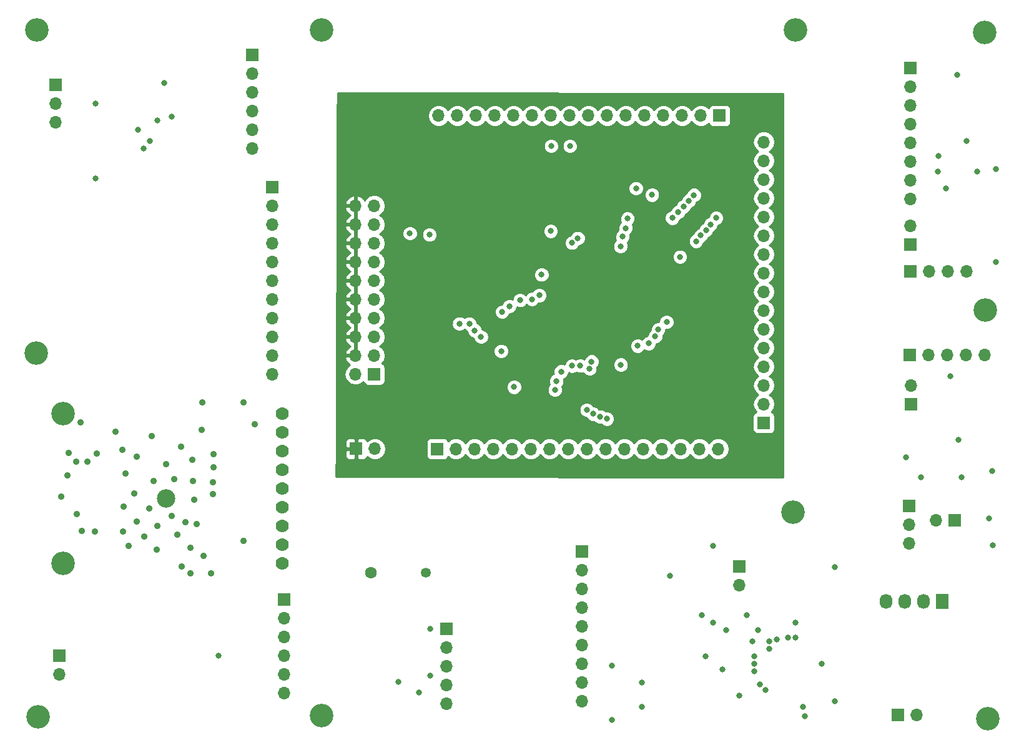
<source format=gbr>
G04 #@! TF.GenerationSoftware,KiCad,Pcbnew,5.0.1-33cea8e~68~ubuntu16.04.1*
G04 #@! TF.CreationDate,2018-10-26T03:49:13-07:00*
G04 #@! TF.ProjectId,integrated-board,696E74656772617465642D626F617264,rev?*
G04 #@! TF.SameCoordinates,Original*
G04 #@! TF.FileFunction,Copper,L2,Inr,Plane*
G04 #@! TF.FilePolarity,Positive*
%FSLAX46Y46*%
G04 Gerber Fmt 4.6, Leading zero omitted, Abs format (unit mm)*
G04 Created by KiCad (PCBNEW 5.0.1-33cea8e~68~ubuntu16.04.1) date Fri 26 Oct 2018 03:49:13 AM PDT*
%MOMM*%
%LPD*%
G01*
G04 APERTURE LIST*
G04 #@! TA.AperFunction,ViaPad*
%ADD10R,1.730000X2.030000*%
G04 #@! TD*
G04 #@! TA.AperFunction,ViaPad*
%ADD11O,1.730000X2.030000*%
G04 #@! TD*
G04 #@! TA.AperFunction,ViaPad*
%ADD12C,3.200000*%
G04 #@! TD*
G04 #@! TA.AperFunction,ViaPad*
%ADD13R,1.700000X1.700000*%
G04 #@! TD*
G04 #@! TA.AperFunction,ViaPad*
%ADD14O,1.700000X1.700000*%
G04 #@! TD*
G04 #@! TA.AperFunction,WasherPad*
%ADD15C,1.350000*%
G04 #@! TD*
G04 #@! TA.AperFunction,WasherPad*
%ADD16C,1.600000*%
G04 #@! TD*
G04 #@! TA.AperFunction,WasherPad*
%ADD17C,2.500000*%
G04 #@! TD*
G04 #@! TA.AperFunction,ViaPad*
%ADD18C,1.778000*%
G04 #@! TD*
G04 #@! TA.AperFunction,ViaPad*
%ADD19C,0.800000*%
G04 #@! TD*
G04 #@! TA.AperFunction,ViaPad*
%ADD20C,0.906400*%
G04 #@! TD*
G04 #@! TA.AperFunction,Conductor*
%ADD21C,0.254000*%
G04 #@! TD*
G04 APERTURE END LIST*
D10*
G04 #@! TO.N,/CSB*
G04 #@! TO.C,*
X197904203Y-114173068D03*
D11*
G04 #@! TO.N,/SDO*
X195364203Y-114173068D03*
G04 #@! TO.N,/SDI*
X192824203Y-114173068D03*
G04 #@! TO.N,/SCLK*
X190284203Y-114173068D03*
G04 #@! TD*
D12*
G04 #@! TO.N,N/C*
G04 #@! TO.C,U$8*
X75300000Y-129875000D03*
G04 #@! TD*
G04 #@! TO.N,N/C*
G04 #@! TO.C,U$8*
X75075000Y-80525000D03*
G04 #@! TD*
G04 #@! TO.N,N/C*
G04 #@! TO.C,U$8*
X178050000Y-36600000D03*
G04 #@! TD*
G04 #@! TO.N,N/C*
G04 #@! TO.C,U$8*
X113750000Y-36600000D03*
G04 #@! TD*
G04 #@! TO.N,N/C*
G04 #@! TO.C,U$8*
X113775000Y-129725000D03*
G04 #@! TD*
G04 #@! TO.N,N/C*
G04 #@! TO.C,U$8*
X203775000Y-74675000D03*
G04 #@! TD*
G04 #@! TO.N,N/C*
G04 #@! TO.C,U$9*
X177675000Y-102125000D03*
G04 #@! TD*
G04 #@! TO.N,N/C*
G04 #@! TO.C,U$9*
X75200000Y-36600000D03*
G04 #@! TD*
G04 #@! TO.N,N/C*
G04 #@! TO.C,U$9*
X203675000Y-36975000D03*
G04 #@! TD*
G04 #@! TO.N,N/C*
G04 #@! TO.C,U$8*
X204100000Y-130075000D03*
G04 #@! TD*
D13*
G04 #@! TO.N,+3V3*
G04 #@! TO.C,J1*
X120904000Y-83362800D03*
D14*
X118364000Y-83362800D03*
G04 #@! TO.N,PB4*
X120904000Y-80822800D03*
G04 #@! TO.N,GND*
X118364000Y-80822800D03*
G04 #@! TO.N,PA15*
X120904000Y-78282800D03*
G04 #@! TO.N,GND*
X118364000Y-78282800D03*
G04 #@! TO.N,PA13*
X120904000Y-75742800D03*
G04 #@! TO.N,GND*
X118364000Y-75742800D03*
G04 #@! TO.N,PA14*
X120904000Y-73202800D03*
G04 #@! TO.N,GND*
X118364000Y-73202800D03*
G04 #@! TO.N,Net-(10k1-Pad2)*
X120904000Y-70662800D03*
G04 #@! TO.N,GND*
X118364000Y-70662800D03*
G04 #@! TO.N,PB3*
X120904000Y-68122800D03*
G04 #@! TO.N,GND*
X118364000Y-68122800D03*
G04 #@! TO.N,RST*
X120904000Y-65582800D03*
G04 #@! TO.N,GND*
X118364000Y-65582800D03*
G04 #@! TO.N,Net-(10k3-Pad2)*
X120904000Y-63042800D03*
G04 #@! TO.N,GND*
X118364000Y-63042800D03*
G04 #@! TO.N,Net-(10k2-Pad2)*
X120904000Y-60502800D03*
G04 #@! TO.N,GND*
X118364000Y-60502800D03*
G04 #@! TD*
D13*
G04 #@! TO.N,PA0*
G04 #@! TO.C,J3*
X173730920Y-89951560D03*
D14*
G04 #@! TO.N,PA1*
X173730920Y-87411560D03*
G04 #@! TO.N,PA2*
X173730920Y-84871560D03*
G04 #@! TO.N,PA3*
X173730920Y-82331560D03*
G04 #@! TO.N,PA4*
X173730920Y-79791560D03*
G04 #@! TO.N,PA5*
X173730920Y-77251560D03*
G04 #@! TO.N,PA6*
X173730920Y-74711560D03*
G04 #@! TO.N,PA7*
X173730920Y-72171560D03*
G04 #@! TO.N,PA8*
X173730920Y-69631560D03*
G04 #@! TO.N,PA9*
X173730920Y-67091560D03*
G04 #@! TO.N,PA10*
X173730920Y-64551560D03*
G04 #@! TO.N,PA11*
X173730920Y-62011560D03*
G04 #@! TO.N,PA12*
X173730920Y-59471560D03*
G04 #@! TO.N,PA13*
X173730920Y-56931560D03*
G04 #@! TO.N,PA14*
X173730920Y-54391560D03*
G04 #@! TO.N,PA15*
X173730920Y-51851560D03*
G04 #@! TD*
D13*
G04 #@! TO.N,PB0*
G04 #@! TO.C,J4*
X167746680Y-48280320D03*
D14*
G04 #@! TO.N,PB1*
X165206680Y-48280320D03*
G04 #@! TO.N,PB2*
X162666680Y-48280320D03*
G04 #@! TO.N,PB3*
X160126680Y-48280320D03*
G04 #@! TO.N,PB4*
X157586680Y-48280320D03*
G04 #@! TO.N,PB5*
X155046680Y-48280320D03*
G04 #@! TO.N,PB6*
X152506680Y-48280320D03*
G04 #@! TO.N,PB7*
X149966680Y-48280320D03*
G04 #@! TO.N,PB8*
X147426680Y-48280320D03*
G04 #@! TO.N,PB9*
X144886680Y-48280320D03*
G04 #@! TO.N,PB10*
X142346680Y-48280320D03*
G04 #@! TO.N,PB11*
X139806680Y-48280320D03*
G04 #@! TO.N,PB12*
X137266680Y-48280320D03*
G04 #@! TO.N,PB13*
X134726680Y-48280320D03*
G04 #@! TO.N,PB14*
X132186680Y-48280320D03*
G04 #@! TO.N,PB15*
X129646680Y-48280320D03*
G04 #@! TD*
D13*
G04 #@! TO.N,PC0*
G04 #@! TO.C,J5*
X129453640Y-93502480D03*
D14*
G04 #@! TO.N,PC1*
X131993640Y-93502480D03*
G04 #@! TO.N,PC2*
X134533640Y-93502480D03*
G04 #@! TO.N,PC3*
X137073640Y-93502480D03*
G04 #@! TO.N,PC4*
X139613640Y-93502480D03*
G04 #@! TO.N,PC5*
X142153640Y-93502480D03*
G04 #@! TO.N,PC6*
X144693640Y-93502480D03*
G04 #@! TO.N,PC7*
X147233640Y-93502480D03*
G04 #@! TO.N,PC8*
X149773640Y-93502480D03*
G04 #@! TO.N,PC9*
X152313640Y-93502480D03*
G04 #@! TO.N,PC10*
X154853640Y-93502480D03*
G04 #@! TO.N,PC11*
X157393640Y-93502480D03*
G04 #@! TO.N,PC12*
X159933640Y-93502480D03*
G04 #@! TO.N,PC13*
X162473640Y-93502480D03*
G04 #@! TO.N,Net-(J5-Pad15)*
X165013640Y-93502480D03*
G04 #@! TO.N,PD2*
X167553640Y-93502480D03*
G04 #@! TD*
D13*
G04 #@! TO.N,GND*
G04 #@! TO.C,J6*
X118465600Y-93487240D03*
D14*
G04 #@! TO.N,+3V3*
X121005600Y-93487240D03*
G04 #@! TD*
D13*
G04 #@! TO.N,Net-(J2-Pad1)*
G04 #@! TO.C,J9*
X107071480Y-57969400D03*
D14*
G04 #@! TO.N,Net-(J2-Pad2)*
X107071480Y-60509400D03*
G04 #@! TO.N,Net-(J2-Pad3)*
X107071480Y-63049400D03*
G04 #@! TO.N,Net-(J2-Pad4)*
X107071480Y-65589400D03*
G04 #@! TO.N,Net-(J2-Pad5)*
X107071480Y-68129400D03*
G04 #@! TO.N,Net-(J2-Pad6)*
X107071480Y-70669400D03*
G04 #@! TO.N,Net-(J2-Pad7)*
X107071480Y-73209400D03*
G04 #@! TO.N,Net-(J2-Pad8)*
X107071480Y-75749400D03*
G04 #@! TO.N,Net-(J2-Pad10)*
X107071480Y-78289400D03*
G04 #@! TO.N,Net-(J2-Pad9)*
X107071480Y-80829400D03*
G04 #@! TO.N,Net-(J2-Pad11)*
X107071480Y-83369400D03*
G04 #@! TD*
D13*
G04 #@! TO.N,Net-(C16-Pad2)*
G04 #@! TO.C,J10*
X193722020Y-87402940D03*
D14*
G04 #@! TO.N,Net-(C21-Pad1)*
X193722020Y-84862940D03*
G04 #@! TD*
D13*
G04 #@! TO.N,Net-(C16-Pad1)*
G04 #@! TO.C,J7*
X199663080Y-103216980D03*
D14*
G04 #@! TO.N,Net-(C16-Pad2)*
X197123080Y-103216980D03*
G04 #@! TD*
D13*
G04 #@! TO.N,Net-(C16-Pad2)*
G04 #@! TO.C,J8*
X193600000Y-65750000D03*
D14*
G04 #@! TO.N,Net-(C18-Pad1)*
X193600000Y-63210000D03*
G04 #@! TD*
D13*
G04 #@! TO.N,Net-(C16-Pad2)*
G04 #@! TO.C,J13*
X193600000Y-69400000D03*
D14*
X196140000Y-69400000D03*
X198680000Y-69400000D03*
X201220000Y-69400000D03*
G04 #@! TD*
D13*
G04 #@! TO.N,Net-(C21-Pad1)*
G04 #@! TO.C,J14*
X193549300Y-80727820D03*
D14*
X196089300Y-80727820D03*
X198629300Y-80727820D03*
X201169300Y-80727820D03*
X203709300Y-80727820D03*
G04 #@! TD*
D13*
G04 #@! TO.N,Net-(C16-Pad2)*
G04 #@! TO.C,J12*
X193475640Y-101207840D03*
D14*
X193475640Y-103747840D03*
X193475640Y-106287840D03*
G04 #@! TD*
D13*
G04 #@! TO.N,Net-(C18-Pad1)*
G04 #@! TO.C,J15*
X193600000Y-41840000D03*
D14*
X193600000Y-44380000D03*
X193600000Y-46920000D03*
X193600000Y-49460000D03*
X193600000Y-52000000D03*
X193600000Y-54540000D03*
X193600000Y-57080000D03*
X193600000Y-59620000D03*
G04 #@! TD*
D13*
G04 #@! TO.N,+3V3*
G04 #@! TO.C,*
X191944203Y-129573068D03*
D14*
G04 #@! TO.N,GND*
X194484203Y-129573068D03*
G04 #@! TD*
G04 #@! TO.N,GND*
G04 #@! TO.C,JP2*
X130725080Y-128054560D03*
G04 #@! TO.N,VCC*
X130725080Y-125514560D03*
G04 #@! TO.N,/SDA*
X130725080Y-122974560D03*
G04 #@! TO.N,/SCL*
X130725080Y-120434560D03*
D13*
G04 #@! TO.N,/SQW*
X130725080Y-117894560D03*
G04 #@! TD*
D15*
G04 #@! TO.N,*
G04 #@! TO.C,B1*
X127875080Y-110274560D03*
D16*
X120425080Y-110274560D03*
G04 #@! TD*
D13*
G04 #@! TO.N,Net-(C1-Pad2)*
G04 #@! TO.C,J2*
X170408300Y-109474160D03*
D14*
G04 #@! TO.N,Net-(C1-Pad1)*
X170408300Y-112014160D03*
G04 #@! TD*
D13*
G04 #@! TO.N,Net-(J1-Pad1)*
G04 #@! TO.C,J1*
X149073301Y-107439161D03*
D14*
G04 #@! TO.N,Net-(J1-Pad2)*
X149073301Y-109979161D03*
G04 #@! TO.N,Net-(D2-Pad1)*
X149073301Y-112519161D03*
G04 #@! TO.N,Net-(D1-Pad1)*
X149073301Y-115059161D03*
G04 #@! TO.N,Net-(J1-Pad5)*
X149073301Y-117599161D03*
G04 #@! TO.N,Net-(J1-Pad6)*
X149073301Y-120139161D03*
G04 #@! TO.N,Net-(J1-Pad7)*
X149073301Y-122679161D03*
G04 #@! TO.N,Net-(J1-Pad8)*
X149073301Y-125219161D03*
G04 #@! TO.N,Net-(J1-Pad9)*
X149073301Y-127759161D03*
G04 #@! TD*
D13*
G04 #@! TO.N,Net-(J1-Pad1)*
G04 #@! TO.C,J1*
X78182480Y-121554880D03*
D14*
G04 #@! TO.N,Net-(J1-Pad2)*
X78182480Y-124094880D03*
G04 #@! TD*
D13*
G04 #@! TO.N,+5V*
G04 #@! TO.C,J2*
X108662480Y-113934880D03*
D14*
G04 #@! TO.N,Net-(C2-Pad2)*
X108662480Y-116474880D03*
G04 #@! TO.N,GND*
X108662480Y-119014880D03*
G04 #@! TO.N,Net-(J2-Pad4)*
X108662480Y-121554880D03*
G04 #@! TO.N,Net-(D2-Pad1)*
X108662480Y-124094880D03*
G04 #@! TO.N,Net-(D1-Pad1)*
X108662480Y-126634880D03*
G04 #@! TD*
D17*
G04 #@! TO.N,*
G04 #@! TO.C,U1*
X92706259Y-100201092D03*
G04 #@! TD*
D12*
G04 #@! TO.N,N/C*
G04 #@! TO.C,U$8*
X78682259Y-109053092D03*
G04 #@! TD*
G04 #@! TO.N,N/C*
G04 #@! TO.C,U$9*
X78682259Y-88733092D03*
G04 #@! TD*
D18*
G04 #@! TO.N,3.3V*
G04 #@! TO.C,JP1*
X108400259Y-109053092D03*
G04 #@! TO.N,/ENABLE*
X108400259Y-106513092D03*
G04 #@! TO.N,/VBACKUP*
X108400259Y-103973092D03*
G04 #@! TO.N,/FIX*
X108400259Y-101433092D03*
G04 #@! TO.N,/TX*
X108400259Y-98893092D03*
G04 #@! TO.N,/RX*
X108400259Y-96353092D03*
G04 #@! TO.N,GND*
X108400259Y-93813092D03*
G04 #@! TO.N,VIN*
X108400259Y-91273092D03*
G04 #@! TO.N,/1PPS*
X108400259Y-88733092D03*
G04 #@! TD*
D13*
G04 #@! TO.N,GND*
G04 #@! TO.C,J1*
X77691000Y-44093000D03*
D14*
G04 #@! TO.N,VDD*
X77691000Y-46633000D03*
G04 #@! TO.N,VDDIO*
X77691000Y-49173000D03*
G04 #@! TD*
D13*
G04 #@! TO.N,INT*
G04 #@! TO.C,J2*
X104361000Y-40029000D03*
D14*
G04 #@! TO.N,FSYNC*
X104361000Y-42569000D03*
G04 #@! TO.N,nCS*
X104361000Y-45109000D03*
G04 #@! TO.N,SCL*
X104361000Y-47649000D03*
G04 #@! TO.N,SDA*
X104361000Y-50189000D03*
G04 #@! TO.N,AD0*
X104361000Y-52729000D03*
G04 #@! TD*
D19*
G04 #@! TO.N,GND*
X134457440Y-63230760D03*
X147838160Y-69545200D03*
X144350000Y-61550000D03*
X154365960Y-78186280D03*
D20*
X97605259Y-87209092D03*
X99129259Y-95972092D03*
X103193259Y-106005092D03*
X86810259Y-104735092D03*
X94811259Y-109434092D03*
X87572259Y-106640092D03*
X89715259Y-105354092D03*
X90366259Y-101560092D03*
X93414259Y-102576092D03*
X92668259Y-95575092D03*
X91017259Y-97861092D03*
X93795259Y-97623092D03*
X86937259Y-101322092D03*
X87191259Y-96861092D03*
X88715259Y-94575092D03*
X88350259Y-99528092D03*
X88715259Y-103322092D03*
X91509259Y-103989092D03*
X95954259Y-106894092D03*
X94208259Y-105116092D03*
X95319259Y-103465092D03*
X99002259Y-98004092D03*
X99129259Y-94194092D03*
X86746759Y-93622592D03*
X81984259Y-95210092D03*
X83254259Y-94130592D03*
X79444259Y-94067092D03*
X83000259Y-104735092D03*
X80587259Y-102322092D03*
X81222259Y-104608092D03*
X79317259Y-97115092D03*
X78428259Y-99972592D03*
X80460259Y-95210092D03*
X81095259Y-89876092D03*
X85794259Y-91146092D03*
X96208259Y-94956092D03*
X96462259Y-100417092D03*
X96335259Y-97877092D03*
X91382259Y-107148092D03*
X97732259Y-108037092D03*
D19*
X92423000Y-43839000D03*
X131200000Y-76475000D03*
X134475000Y-65975000D03*
X146875041Y-85650000D03*
X147050000Y-73725000D03*
X164629588Y-67336912D03*
G04 #@! TO.N,+3V3*
X156632457Y-79510470D03*
X162366960Y-67437000D03*
X144839070Y-63938473D03*
X138125000Y-80225000D03*
X139875000Y-85100002D03*
G04 #@! TO.N,RST*
X143300000Y-72650000D03*
G04 #@! TO.N,PB4*
X156403040Y-58130440D03*
X128400000Y-64425000D03*
G04 #@! TO.N,PB3*
X158575000Y-59025000D03*
X125750000Y-64250000D03*
G04 #@! TO.N,PA1*
X145425030Y-85499992D03*
G04 #@! TO.N,PA2*
X145625000Y-84275000D03*
G04 #@! TO.N,PA3*
X146250000Y-83000000D03*
G04 #@! TO.N,PA4*
X147725000Y-82225000D03*
G04 #@! TO.N,PA5*
X148850000Y-82200000D03*
G04 #@! TO.N,PA6*
X150114902Y-82613205D03*
G04 #@! TO.N,PA7*
X150385423Y-81650478D03*
G04 #@! TO.N,PB0*
X149734420Y-88202621D03*
G04 #@! TO.N,PB1*
X150580139Y-88736271D03*
G04 #@! TO.N,PB2*
X151506981Y-89111755D03*
G04 #@! TO.N,PB8*
X147447000Y-52397873D03*
X148515785Y-64906885D03*
G04 #@! TO.N,PB9*
X144912080Y-52397873D03*
X147725000Y-65525000D03*
G04 #@! TO.N,PB10*
X152459191Y-89417239D03*
G04 #@! TO.N,PB12*
X163569749Y-59832996D03*
X166525298Y-63030878D03*
X158139973Y-79178534D03*
G04 #@! TO.N,PB13*
X162836840Y-60633759D03*
X165894463Y-63806811D03*
X159007617Y-78234503D03*
G04 #@! TO.N,PB14*
X162151142Y-61361661D03*
X165201426Y-64536167D03*
X159411278Y-77319581D03*
G04 #@! TO.N,PB15*
X161325000Y-62150000D03*
X164559018Y-65302546D03*
X160554053Y-76286989D03*
G04 #@! TO.N,PC0*
X132449998Y-76500000D03*
X142300018Y-73175018D03*
G04 #@! TO.N,PC1*
X133800000Y-76500000D03*
X140675002Y-73325000D03*
G04 #@! TO.N,PC2*
X139225000Y-74150000D03*
X134533640Y-77425000D03*
G04 #@! TO.N,PC3*
X138250000Y-74900000D03*
X135400000Y-78299998D03*
G04 #@! TO.N,PC10*
X154309641Y-65990678D03*
G04 #@! TO.N,PC11*
X154575000Y-64700000D03*
G04 #@! TO.N,PC12*
X154998392Y-63526928D03*
G04 #@! TO.N,PC13*
X143609529Y-69843378D03*
G04 #@! TO.N,PD2*
X155250000Y-62250000D03*
G04 #@! TO.N,PB11*
X154340560Y-82077560D03*
X164275000Y-59049996D03*
X167275000Y-62150000D03*
G04 #@! TO.N,Net-(C16-Pad1)*
X200531760Y-97324180D03*
X202675000Y-55875000D03*
X198475000Y-58125000D03*
G04 #@! TO.N,Net-(C16-Pad2)*
X204674500Y-96460580D03*
X204771020Y-106597720D03*
X193036220Y-94614000D03*
X199007760Y-83610720D03*
X199925000Y-42700000D03*
X197400000Y-53775000D03*
X205200000Y-68125000D03*
X205175000Y-55525000D03*
G04 #@! TO.N,Net-(C17-Pad1)*
X197300000Y-55875000D03*
X201250000Y-51700000D03*
G04 #@! TO.N,Net-(C20-Pad1)*
X195091080Y-97352120D03*
X200145680Y-92287360D03*
G04 #@! TO.N,Net-(C21-Pad1)*
X204275000Y-102925000D03*
G04 #@! TO.N,Net-(C1-Pad1)*
X128505080Y-117944560D03*
X128505080Y-124294560D03*
X173202300Y-125476160D03*
X172440300Y-123698160D03*
X172440300Y-122682160D03*
X172440300Y-121666160D03*
X170408300Y-127000160D03*
X173964286Y-126238160D03*
G04 #@! TO.N,VCC*
X124205080Y-125109570D03*
X126955080Y-126544560D03*
G04 #@! TO.N,Net-(D1-Pad2)*
X166852300Y-106680160D03*
X181584300Y-122682160D03*
G04 #@! TO.N,Net-(D2-Pad2)*
X161010300Y-110744160D03*
X166852300Y-117094160D03*
X178028300Y-119126160D03*
X178028300Y-117094160D03*
G04 #@! TO.N,Net-(J1-Pad1)*
X165328300Y-116078160D03*
X174472300Y-120650160D03*
X171424300Y-116078160D03*
G04 #@! TO.N,Net-(J1-Pad2)*
X172948300Y-118110160D03*
X177012300Y-119126160D03*
X168630300Y-118110160D03*
G04 #@! TO.N,Net-(J1-Pad5)*
X179298300Y-129794160D03*
X165836300Y-121666160D03*
G04 #@! TO.N,Net-(J1-Pad6)*
X179044300Y-128524160D03*
X168122300Y-123444160D03*
G04 #@! TO.N,Net-(J1-Pad7)*
X153136300Y-122936160D03*
X153136300Y-130302160D03*
G04 #@! TO.N,Net-(J1-Pad8)*
X157200300Y-125222160D03*
X157200300Y-128524160D03*
G04 #@! TO.N,Net-(R2-Pad2)*
X183339300Y-127739160D03*
X175488300Y-119380160D03*
G04 #@! TO.N,Net-(R3-Pad2)*
X174472300Y-119634160D03*
X172186300Y-119634160D03*
G04 #@! TO.N,Net-(C1-Pad2)*
X183339300Y-109497160D03*
X88867000Y-50189000D03*
X83152000Y-56793000D03*
G04 #@! TO.N,Net-(C2-Pad2)*
X99772480Y-121554880D03*
D20*
G04 #@! TO.N,3.3V*
X103193259Y-87209092D03*
X90747259Y-91781092D03*
X97478259Y-90892092D03*
G04 #@! TO.N,VIN*
X104717259Y-90130092D03*
G04 #@! TO.N,/1PPS*
X94684259Y-93178092D03*
G04 #@! TO.N,/FIX*
X99002259Y-99655092D03*
X96843259Y-103719092D03*
G04 #@! TO.N,/VBACKUP*
X98811759Y-110386592D03*
G04 #@! TO.N,Net-(B1-Pad+$1)*
X96017759Y-110386592D03*
D19*
G04 #@! TO.N,VDD*
X93439000Y-48411000D03*
X91534000Y-48919000D03*
X90518000Y-51713000D03*
X83152000Y-46633000D03*
G04 #@! TO.N,AD0*
X89629000Y-52729000D03*
G04 #@! TD*
D21*
G04 #@! TO.N,GND*
G36*
X176362360Y-45287956D02*
X176362360Y-97327635D01*
X115758404Y-97287165D01*
X115770675Y-93772990D01*
X116980600Y-93772990D01*
X116980600Y-94463549D01*
X117077273Y-94696938D01*
X117255901Y-94875567D01*
X117489290Y-94972240D01*
X118179850Y-94972240D01*
X118338600Y-94813490D01*
X118338600Y-93614240D01*
X117139350Y-93614240D01*
X116980600Y-93772990D01*
X115770675Y-93772990D01*
X115775082Y-92510931D01*
X116980600Y-92510931D01*
X116980600Y-93201490D01*
X117139350Y-93360240D01*
X118338600Y-93360240D01*
X118338600Y-92160990D01*
X118592600Y-92160990D01*
X118592600Y-93360240D01*
X118612600Y-93360240D01*
X118612600Y-93614240D01*
X118592600Y-93614240D01*
X118592600Y-94813490D01*
X118751350Y-94972240D01*
X119441910Y-94972240D01*
X119675299Y-94875567D01*
X119853927Y-94696938D01*
X119920504Y-94536207D01*
X119934975Y-94557865D01*
X120426182Y-94886079D01*
X120859344Y-94972240D01*
X121151856Y-94972240D01*
X121585018Y-94886079D01*
X122076225Y-94557865D01*
X122404439Y-94066658D01*
X122519692Y-93487240D01*
X122404439Y-92907822D01*
X122233825Y-92652480D01*
X127956200Y-92652480D01*
X127956200Y-94352480D01*
X128005483Y-94600245D01*
X128145831Y-94810289D01*
X128355875Y-94950637D01*
X128603640Y-94999920D01*
X130303640Y-94999920D01*
X130551405Y-94950637D01*
X130761449Y-94810289D01*
X130901797Y-94600245D01*
X130910824Y-94554861D01*
X130923015Y-94573105D01*
X131414222Y-94901319D01*
X131847384Y-94987480D01*
X132139896Y-94987480D01*
X132573058Y-94901319D01*
X133064265Y-94573105D01*
X133263640Y-94274719D01*
X133463015Y-94573105D01*
X133954222Y-94901319D01*
X134387384Y-94987480D01*
X134679896Y-94987480D01*
X135113058Y-94901319D01*
X135604265Y-94573105D01*
X135803640Y-94274719D01*
X136003015Y-94573105D01*
X136494222Y-94901319D01*
X136927384Y-94987480D01*
X137219896Y-94987480D01*
X137653058Y-94901319D01*
X138144265Y-94573105D01*
X138343640Y-94274719D01*
X138543015Y-94573105D01*
X139034222Y-94901319D01*
X139467384Y-94987480D01*
X139759896Y-94987480D01*
X140193058Y-94901319D01*
X140684265Y-94573105D01*
X140883640Y-94274719D01*
X141083015Y-94573105D01*
X141574222Y-94901319D01*
X142007384Y-94987480D01*
X142299896Y-94987480D01*
X142733058Y-94901319D01*
X143224265Y-94573105D01*
X143423640Y-94274719D01*
X143623015Y-94573105D01*
X144114222Y-94901319D01*
X144547384Y-94987480D01*
X144839896Y-94987480D01*
X145273058Y-94901319D01*
X145764265Y-94573105D01*
X145963640Y-94274719D01*
X146163015Y-94573105D01*
X146654222Y-94901319D01*
X147087384Y-94987480D01*
X147379896Y-94987480D01*
X147813058Y-94901319D01*
X148304265Y-94573105D01*
X148503640Y-94274719D01*
X148703015Y-94573105D01*
X149194222Y-94901319D01*
X149627384Y-94987480D01*
X149919896Y-94987480D01*
X150353058Y-94901319D01*
X150844265Y-94573105D01*
X151043640Y-94274719D01*
X151243015Y-94573105D01*
X151734222Y-94901319D01*
X152167384Y-94987480D01*
X152459896Y-94987480D01*
X152893058Y-94901319D01*
X153384265Y-94573105D01*
X153583640Y-94274719D01*
X153783015Y-94573105D01*
X154274222Y-94901319D01*
X154707384Y-94987480D01*
X154999896Y-94987480D01*
X155433058Y-94901319D01*
X155924265Y-94573105D01*
X156123640Y-94274719D01*
X156323015Y-94573105D01*
X156814222Y-94901319D01*
X157247384Y-94987480D01*
X157539896Y-94987480D01*
X157973058Y-94901319D01*
X158464265Y-94573105D01*
X158663640Y-94274719D01*
X158863015Y-94573105D01*
X159354222Y-94901319D01*
X159787384Y-94987480D01*
X160079896Y-94987480D01*
X160513058Y-94901319D01*
X161004265Y-94573105D01*
X161203640Y-94274719D01*
X161403015Y-94573105D01*
X161894222Y-94901319D01*
X162327384Y-94987480D01*
X162619896Y-94987480D01*
X163053058Y-94901319D01*
X163544265Y-94573105D01*
X163743640Y-94274719D01*
X163943015Y-94573105D01*
X164434222Y-94901319D01*
X164867384Y-94987480D01*
X165159896Y-94987480D01*
X165593058Y-94901319D01*
X166084265Y-94573105D01*
X166283640Y-94274719D01*
X166483015Y-94573105D01*
X166974222Y-94901319D01*
X167407384Y-94987480D01*
X167699896Y-94987480D01*
X168133058Y-94901319D01*
X168624265Y-94573105D01*
X168952479Y-94081898D01*
X169067732Y-93502480D01*
X168952479Y-92923062D01*
X168624265Y-92431855D01*
X168133058Y-92103641D01*
X167699896Y-92017480D01*
X167407384Y-92017480D01*
X166974222Y-92103641D01*
X166483015Y-92431855D01*
X166283640Y-92730241D01*
X166084265Y-92431855D01*
X165593058Y-92103641D01*
X165159896Y-92017480D01*
X164867384Y-92017480D01*
X164434222Y-92103641D01*
X163943015Y-92431855D01*
X163743640Y-92730241D01*
X163544265Y-92431855D01*
X163053058Y-92103641D01*
X162619896Y-92017480D01*
X162327384Y-92017480D01*
X161894222Y-92103641D01*
X161403015Y-92431855D01*
X161203640Y-92730241D01*
X161004265Y-92431855D01*
X160513058Y-92103641D01*
X160079896Y-92017480D01*
X159787384Y-92017480D01*
X159354222Y-92103641D01*
X158863015Y-92431855D01*
X158663640Y-92730241D01*
X158464265Y-92431855D01*
X157973058Y-92103641D01*
X157539896Y-92017480D01*
X157247384Y-92017480D01*
X156814222Y-92103641D01*
X156323015Y-92431855D01*
X156123640Y-92730241D01*
X155924265Y-92431855D01*
X155433058Y-92103641D01*
X154999896Y-92017480D01*
X154707384Y-92017480D01*
X154274222Y-92103641D01*
X153783015Y-92431855D01*
X153583640Y-92730241D01*
X153384265Y-92431855D01*
X152893058Y-92103641D01*
X152459896Y-92017480D01*
X152167384Y-92017480D01*
X151734222Y-92103641D01*
X151243015Y-92431855D01*
X151043640Y-92730241D01*
X150844265Y-92431855D01*
X150353058Y-92103641D01*
X149919896Y-92017480D01*
X149627384Y-92017480D01*
X149194222Y-92103641D01*
X148703015Y-92431855D01*
X148503640Y-92730241D01*
X148304265Y-92431855D01*
X147813058Y-92103641D01*
X147379896Y-92017480D01*
X147087384Y-92017480D01*
X146654222Y-92103641D01*
X146163015Y-92431855D01*
X145963640Y-92730241D01*
X145764265Y-92431855D01*
X145273058Y-92103641D01*
X144839896Y-92017480D01*
X144547384Y-92017480D01*
X144114222Y-92103641D01*
X143623015Y-92431855D01*
X143423640Y-92730241D01*
X143224265Y-92431855D01*
X142733058Y-92103641D01*
X142299896Y-92017480D01*
X142007384Y-92017480D01*
X141574222Y-92103641D01*
X141083015Y-92431855D01*
X140883640Y-92730241D01*
X140684265Y-92431855D01*
X140193058Y-92103641D01*
X139759896Y-92017480D01*
X139467384Y-92017480D01*
X139034222Y-92103641D01*
X138543015Y-92431855D01*
X138343640Y-92730241D01*
X138144265Y-92431855D01*
X137653058Y-92103641D01*
X137219896Y-92017480D01*
X136927384Y-92017480D01*
X136494222Y-92103641D01*
X136003015Y-92431855D01*
X135803640Y-92730241D01*
X135604265Y-92431855D01*
X135113058Y-92103641D01*
X134679896Y-92017480D01*
X134387384Y-92017480D01*
X133954222Y-92103641D01*
X133463015Y-92431855D01*
X133263640Y-92730241D01*
X133064265Y-92431855D01*
X132573058Y-92103641D01*
X132139896Y-92017480D01*
X131847384Y-92017480D01*
X131414222Y-92103641D01*
X130923015Y-92431855D01*
X130910824Y-92450099D01*
X130901797Y-92404715D01*
X130761449Y-92194671D01*
X130551405Y-92054323D01*
X130303640Y-92005040D01*
X128603640Y-92005040D01*
X128355875Y-92054323D01*
X128145831Y-92194671D01*
X128005483Y-92404715D01*
X127956200Y-92652480D01*
X122233825Y-92652480D01*
X122076225Y-92416615D01*
X121585018Y-92088401D01*
X121151856Y-92002240D01*
X120859344Y-92002240D01*
X120426182Y-92088401D01*
X119934975Y-92416615D01*
X119920504Y-92438273D01*
X119853927Y-92277542D01*
X119675299Y-92098913D01*
X119441910Y-92002240D01*
X118751350Y-92002240D01*
X118592600Y-92160990D01*
X118338600Y-92160990D01*
X118179850Y-92002240D01*
X117489290Y-92002240D01*
X117255901Y-92098913D01*
X117077273Y-92277542D01*
X116980600Y-92510931D01*
X115775082Y-92510931D01*
X115790846Y-87996747D01*
X148699420Y-87996747D01*
X148699420Y-88408495D01*
X148856989Y-88788901D01*
X149148140Y-89080052D01*
X149528546Y-89237621D01*
X149667529Y-89237621D01*
X149702708Y-89322551D01*
X149993859Y-89613702D01*
X150374265Y-89771271D01*
X150702786Y-89771271D01*
X150920701Y-89989186D01*
X151301107Y-90146755D01*
X151712855Y-90146755D01*
X151721440Y-90143199D01*
X151872911Y-90294670D01*
X152253317Y-90452239D01*
X152665065Y-90452239D01*
X153045471Y-90294670D01*
X153336622Y-90003519D01*
X153494191Y-89623113D01*
X153494191Y-89211365D01*
X153336622Y-88830959D01*
X153045471Y-88539808D01*
X152665065Y-88382239D01*
X152253317Y-88382239D01*
X152244732Y-88385795D01*
X152093261Y-88234324D01*
X151712855Y-88076755D01*
X151384334Y-88076755D01*
X151166419Y-87858840D01*
X150786013Y-87701271D01*
X150647030Y-87701271D01*
X150611851Y-87616341D01*
X150320700Y-87325190D01*
X149940294Y-87167621D01*
X149528546Y-87167621D01*
X149148140Y-87325190D01*
X148856989Y-87616341D01*
X148699420Y-87996747D01*
X115790846Y-87996747D01*
X115801681Y-84894128D01*
X138840000Y-84894128D01*
X138840000Y-85305876D01*
X138997569Y-85686282D01*
X139288720Y-85977433D01*
X139669126Y-86135002D01*
X140080874Y-86135002D01*
X140461280Y-85977433D01*
X140752431Y-85686282D01*
X140910000Y-85305876D01*
X140910000Y-85294118D01*
X144390030Y-85294118D01*
X144390030Y-85705866D01*
X144547599Y-86086272D01*
X144838750Y-86377423D01*
X145219156Y-86534992D01*
X145630904Y-86534992D01*
X146011310Y-86377423D01*
X146302461Y-86086272D01*
X146460030Y-85705866D01*
X146460030Y-85294118D01*
X146345674Y-85018037D01*
X146502431Y-84861280D01*
X146660000Y-84480874D01*
X146660000Y-84069126D01*
X146618041Y-83967828D01*
X146836280Y-83877431D01*
X147127431Y-83586280D01*
X147285000Y-83205874D01*
X147285000Y-83163022D01*
X147519126Y-83260000D01*
X147930874Y-83260000D01*
X148311280Y-83102431D01*
X148315028Y-83098683D01*
X148644126Y-83235000D01*
X149055874Y-83235000D01*
X149223433Y-83165595D01*
X149237471Y-83199485D01*
X149528622Y-83490636D01*
X149909028Y-83648205D01*
X150320776Y-83648205D01*
X150701182Y-83490636D01*
X150992333Y-83199485D01*
X151149902Y-82819079D01*
X151149902Y-82407331D01*
X151133025Y-82366587D01*
X151262854Y-82236758D01*
X151414071Y-81871686D01*
X153305560Y-81871686D01*
X153305560Y-82283434D01*
X153463129Y-82663840D01*
X153754280Y-82954991D01*
X154134686Y-83112560D01*
X154546434Y-83112560D01*
X154926840Y-82954991D01*
X155217991Y-82663840D01*
X155375560Y-82283434D01*
X155375560Y-81871686D01*
X155217991Y-81491280D01*
X154926840Y-81200129D01*
X154546434Y-81042560D01*
X154134686Y-81042560D01*
X153754280Y-81200129D01*
X153463129Y-81491280D01*
X153305560Y-81871686D01*
X151414071Y-81871686D01*
X151420423Y-81856352D01*
X151420423Y-81444604D01*
X151262854Y-81064198D01*
X150971703Y-80773047D01*
X150591297Y-80615478D01*
X150179549Y-80615478D01*
X149799143Y-80773047D01*
X149507992Y-81064198D01*
X149406142Y-81310086D01*
X149055874Y-81165000D01*
X148644126Y-81165000D01*
X148263720Y-81322569D01*
X148259972Y-81326317D01*
X147930874Y-81190000D01*
X147519126Y-81190000D01*
X147138720Y-81347569D01*
X146847569Y-81638720D01*
X146690000Y-82019126D01*
X146690000Y-82061978D01*
X146455874Y-81965000D01*
X146044126Y-81965000D01*
X145663720Y-82122569D01*
X145372569Y-82413720D01*
X145215000Y-82794126D01*
X145215000Y-83205874D01*
X145256959Y-83307172D01*
X145038720Y-83397569D01*
X144747569Y-83688720D01*
X144590000Y-84069126D01*
X144590000Y-84480874D01*
X144704356Y-84756955D01*
X144547599Y-84913712D01*
X144390030Y-85294118D01*
X140910000Y-85294118D01*
X140910000Y-84894128D01*
X140752431Y-84513722D01*
X140461280Y-84222571D01*
X140080874Y-84065002D01*
X139669126Y-84065002D01*
X139288720Y-84222571D01*
X138997569Y-84513722D01*
X138840000Y-84894128D01*
X115801681Y-84894128D01*
X115807029Y-83362800D01*
X116849908Y-83362800D01*
X116965161Y-83942218D01*
X117293375Y-84433425D01*
X117784582Y-84761639D01*
X118217744Y-84847800D01*
X118510256Y-84847800D01*
X118943418Y-84761639D01*
X119434625Y-84433425D01*
X119446816Y-84415181D01*
X119455843Y-84460565D01*
X119596191Y-84670609D01*
X119806235Y-84810957D01*
X120054000Y-84860240D01*
X121754000Y-84860240D01*
X122001765Y-84810957D01*
X122211809Y-84670609D01*
X122352157Y-84460565D01*
X122401440Y-84212800D01*
X122401440Y-82512800D01*
X122352157Y-82265035D01*
X122211809Y-82054991D01*
X122001765Y-81914643D01*
X121956381Y-81905616D01*
X121974625Y-81893425D01*
X122302839Y-81402218D01*
X122418092Y-80822800D01*
X122302839Y-80243382D01*
X122152996Y-80019126D01*
X137090000Y-80019126D01*
X137090000Y-80430874D01*
X137247569Y-80811280D01*
X137538720Y-81102431D01*
X137919126Y-81260000D01*
X138330874Y-81260000D01*
X138711280Y-81102431D01*
X139002431Y-80811280D01*
X139160000Y-80430874D01*
X139160000Y-80019126D01*
X139002431Y-79638720D01*
X138711280Y-79347569D01*
X138607534Y-79304596D01*
X155597457Y-79304596D01*
X155597457Y-79716344D01*
X155755026Y-80096750D01*
X156046177Y-80387901D01*
X156426583Y-80545470D01*
X156838331Y-80545470D01*
X157218737Y-80387901D01*
X157509888Y-80096750D01*
X157534664Y-80036936D01*
X157553693Y-80055965D01*
X157934099Y-80213534D01*
X158345847Y-80213534D01*
X158726253Y-80055965D01*
X159017404Y-79764814D01*
X159174973Y-79384408D01*
X159174973Y-79269503D01*
X159213491Y-79269503D01*
X159593897Y-79111934D01*
X159885048Y-78820783D01*
X160042617Y-78440377D01*
X160042617Y-78151953D01*
X160288709Y-77905861D01*
X160446278Y-77525455D01*
X160446278Y-77321989D01*
X160759927Y-77321989D01*
X161140333Y-77164420D01*
X161431484Y-76873269D01*
X161589053Y-76492863D01*
X161589053Y-76081115D01*
X161431484Y-75700709D01*
X161140333Y-75409558D01*
X160759927Y-75251989D01*
X160348179Y-75251989D01*
X159967773Y-75409558D01*
X159676622Y-75700709D01*
X159519053Y-76081115D01*
X159519053Y-76284581D01*
X159205404Y-76284581D01*
X158824998Y-76442150D01*
X158533847Y-76733301D01*
X158376278Y-77113707D01*
X158376278Y-77402131D01*
X158130186Y-77648223D01*
X157972617Y-78028629D01*
X157972617Y-78143534D01*
X157934099Y-78143534D01*
X157553693Y-78301103D01*
X157262542Y-78592254D01*
X157237766Y-78652068D01*
X157218737Y-78633039D01*
X156838331Y-78475470D01*
X156426583Y-78475470D01*
X156046177Y-78633039D01*
X155755026Y-78924190D01*
X155597457Y-79304596D01*
X138607534Y-79304596D01*
X138330874Y-79190000D01*
X137919126Y-79190000D01*
X137538720Y-79347569D01*
X137247569Y-79638720D01*
X137090000Y-80019126D01*
X122152996Y-80019126D01*
X121974625Y-79752175D01*
X121676239Y-79552800D01*
X121974625Y-79353425D01*
X122302839Y-78862218D01*
X122418092Y-78282800D01*
X122302839Y-77703382D01*
X121974625Y-77212175D01*
X121676239Y-77012800D01*
X121974625Y-76813425D01*
X122302839Y-76322218D01*
X122308426Y-76294126D01*
X131414998Y-76294126D01*
X131414998Y-76705874D01*
X131572567Y-77086280D01*
X131863718Y-77377431D01*
X132244124Y-77535000D01*
X132655872Y-77535000D01*
X133036278Y-77377431D01*
X133124999Y-77288710D01*
X133213720Y-77377431D01*
X133498640Y-77495448D01*
X133498640Y-77630874D01*
X133656209Y-78011280D01*
X133947360Y-78302431D01*
X134327766Y-78460000D01*
X134365000Y-78460000D01*
X134365000Y-78505872D01*
X134522569Y-78886278D01*
X134813720Y-79177429D01*
X135194126Y-79334998D01*
X135605874Y-79334998D01*
X135986280Y-79177429D01*
X136277431Y-78886278D01*
X136435000Y-78505872D01*
X136435000Y-78094124D01*
X136277431Y-77713718D01*
X135986280Y-77422567D01*
X135605874Y-77264998D01*
X135568640Y-77264998D01*
X135568640Y-77219126D01*
X135411071Y-76838720D01*
X135119920Y-76547569D01*
X134835000Y-76429552D01*
X134835000Y-76294126D01*
X134677431Y-75913720D01*
X134386280Y-75622569D01*
X134005874Y-75465000D01*
X133594126Y-75465000D01*
X133213720Y-75622569D01*
X133124999Y-75711290D01*
X133036278Y-75622569D01*
X132655872Y-75465000D01*
X132244124Y-75465000D01*
X131863718Y-75622569D01*
X131572567Y-75913720D01*
X131414998Y-76294126D01*
X122308426Y-76294126D01*
X122418092Y-75742800D01*
X122302839Y-75163382D01*
X121989293Y-74694126D01*
X137215000Y-74694126D01*
X137215000Y-75105874D01*
X137372569Y-75486280D01*
X137663720Y-75777431D01*
X138044126Y-75935000D01*
X138455874Y-75935000D01*
X138836280Y-75777431D01*
X139127431Y-75486280D01*
X139252225Y-75185000D01*
X139430874Y-75185000D01*
X139811280Y-75027431D01*
X140102431Y-74736280D01*
X140260000Y-74355874D01*
X140260000Y-74273377D01*
X140469128Y-74360000D01*
X140880876Y-74360000D01*
X141261282Y-74202431D01*
X141552433Y-73911280D01*
X141558331Y-73897042D01*
X141713738Y-74052449D01*
X142094144Y-74210018D01*
X142505892Y-74210018D01*
X142886298Y-74052449D01*
X143177449Y-73761298D01*
X143209053Y-73685000D01*
X143505874Y-73685000D01*
X143886280Y-73527431D01*
X144177431Y-73236280D01*
X144335000Y-72855874D01*
X144335000Y-72444126D01*
X144177431Y-72063720D01*
X143886280Y-71772569D01*
X143505874Y-71615000D01*
X143094126Y-71615000D01*
X142713720Y-71772569D01*
X142422569Y-72063720D01*
X142390965Y-72140018D01*
X142094144Y-72140018D01*
X141713738Y-72297587D01*
X141422587Y-72588738D01*
X141416689Y-72602976D01*
X141261282Y-72447569D01*
X140880876Y-72290000D01*
X140469128Y-72290000D01*
X140088722Y-72447569D01*
X139797571Y-72738720D01*
X139640002Y-73119126D01*
X139640002Y-73201623D01*
X139430874Y-73115000D01*
X139019126Y-73115000D01*
X138638720Y-73272569D01*
X138347569Y-73563720D01*
X138222775Y-73865000D01*
X138044126Y-73865000D01*
X137663720Y-74022569D01*
X137372569Y-74313720D01*
X137215000Y-74694126D01*
X121989293Y-74694126D01*
X121974625Y-74672175D01*
X121676239Y-74472800D01*
X121974625Y-74273425D01*
X122302839Y-73782218D01*
X122418092Y-73202800D01*
X122302839Y-72623382D01*
X121974625Y-72132175D01*
X121676239Y-71932800D01*
X121974625Y-71733425D01*
X122302839Y-71242218D01*
X122418092Y-70662800D01*
X122302839Y-70083382D01*
X122004913Y-69637504D01*
X142574529Y-69637504D01*
X142574529Y-70049252D01*
X142732098Y-70429658D01*
X143023249Y-70720809D01*
X143403655Y-70878378D01*
X143815403Y-70878378D01*
X144195809Y-70720809D01*
X144486960Y-70429658D01*
X144644529Y-70049252D01*
X144644529Y-69637504D01*
X144486960Y-69257098D01*
X144195809Y-68965947D01*
X143815403Y-68808378D01*
X143403655Y-68808378D01*
X143023249Y-68965947D01*
X142732098Y-69257098D01*
X142574529Y-69637504D01*
X122004913Y-69637504D01*
X121974625Y-69592175D01*
X121676239Y-69392800D01*
X121974625Y-69193425D01*
X122302839Y-68702218D01*
X122418092Y-68122800D01*
X122302839Y-67543382D01*
X122094197Y-67231126D01*
X161331960Y-67231126D01*
X161331960Y-67642874D01*
X161489529Y-68023280D01*
X161780680Y-68314431D01*
X162161086Y-68472000D01*
X162572834Y-68472000D01*
X162953240Y-68314431D01*
X163244391Y-68023280D01*
X163401960Y-67642874D01*
X163401960Y-67231126D01*
X163244391Y-66850720D01*
X162953240Y-66559569D01*
X162572834Y-66402000D01*
X162161086Y-66402000D01*
X161780680Y-66559569D01*
X161489529Y-66850720D01*
X161331960Y-67231126D01*
X122094197Y-67231126D01*
X121974625Y-67052175D01*
X121676239Y-66852800D01*
X121974625Y-66653425D01*
X122302839Y-66162218D01*
X122418092Y-65582800D01*
X122302839Y-65003382D01*
X121974625Y-64512175D01*
X121676239Y-64312800D01*
X121974625Y-64113425D01*
X122020929Y-64044126D01*
X124715000Y-64044126D01*
X124715000Y-64455874D01*
X124872569Y-64836280D01*
X125163720Y-65127431D01*
X125544126Y-65285000D01*
X125955874Y-65285000D01*
X126336280Y-65127431D01*
X126627431Y-64836280D01*
X126785000Y-64455874D01*
X126785000Y-64219126D01*
X127365000Y-64219126D01*
X127365000Y-64630874D01*
X127522569Y-65011280D01*
X127813720Y-65302431D01*
X128194126Y-65460000D01*
X128605874Y-65460000D01*
X128945974Y-65319126D01*
X146690000Y-65319126D01*
X146690000Y-65730874D01*
X146847569Y-66111280D01*
X147138720Y-66402431D01*
X147519126Y-66560000D01*
X147930874Y-66560000D01*
X148311280Y-66402431D01*
X148602431Y-66111280D01*
X148672597Y-65941885D01*
X148721659Y-65941885D01*
X149100886Y-65784804D01*
X153274641Y-65784804D01*
X153274641Y-66196552D01*
X153432210Y-66576958D01*
X153723361Y-66868109D01*
X154103767Y-67025678D01*
X154515515Y-67025678D01*
X154895921Y-66868109D01*
X155187072Y-66576958D01*
X155344641Y-66196552D01*
X155344641Y-65784804D01*
X155230198Y-65508513D01*
X155452431Y-65286280D01*
X155530969Y-65096672D01*
X163524018Y-65096672D01*
X163524018Y-65508420D01*
X163681587Y-65888826D01*
X163972738Y-66179977D01*
X164353144Y-66337546D01*
X164764892Y-66337546D01*
X165145298Y-66179977D01*
X165436449Y-65888826D01*
X165594018Y-65508420D01*
X165594018Y-65493826D01*
X165787706Y-65413598D01*
X166078857Y-65122447D01*
X166214726Y-64794430D01*
X166480743Y-64684242D01*
X166771894Y-64393091D01*
X166929463Y-64012685D01*
X166929463Y-63983743D01*
X167111578Y-63908309D01*
X167402729Y-63617158D01*
X167560298Y-63236752D01*
X167560298Y-63152102D01*
X167861280Y-63027431D01*
X168152431Y-62736280D01*
X168310000Y-62355874D01*
X168310000Y-61944126D01*
X168152431Y-61563720D01*
X167861280Y-61272569D01*
X167480874Y-61115000D01*
X167069126Y-61115000D01*
X166688720Y-61272569D01*
X166397569Y-61563720D01*
X166240000Y-61944126D01*
X166240000Y-62028776D01*
X165939018Y-62153447D01*
X165647867Y-62444598D01*
X165490298Y-62825004D01*
X165490298Y-62853946D01*
X165308183Y-62929380D01*
X165017032Y-63220531D01*
X164881163Y-63548548D01*
X164615146Y-63658736D01*
X164323995Y-63949887D01*
X164166426Y-64330293D01*
X164166426Y-64344887D01*
X163972738Y-64425115D01*
X163681587Y-64716266D01*
X163524018Y-65096672D01*
X155530969Y-65096672D01*
X155610000Y-64905874D01*
X155610000Y-64494126D01*
X155574553Y-64408550D01*
X155584672Y-64404359D01*
X155875823Y-64113208D01*
X156033392Y-63732802D01*
X156033392Y-63321054D01*
X155918949Y-63044762D01*
X156127431Y-62836280D01*
X156285000Y-62455874D01*
X156285000Y-62044126D01*
X156243579Y-61944126D01*
X160290000Y-61944126D01*
X160290000Y-62355874D01*
X160447569Y-62736280D01*
X160738720Y-63027431D01*
X161119126Y-63185000D01*
X161530874Y-63185000D01*
X161911280Y-63027431D01*
X162202431Y-62736280D01*
X162343106Y-62396661D01*
X162357016Y-62396661D01*
X162737422Y-62239092D01*
X163028573Y-61947941D01*
X163165235Y-61618009D01*
X163423120Y-61511190D01*
X163714271Y-61220039D01*
X163871840Y-60839633D01*
X163871840Y-60828142D01*
X164156029Y-60710427D01*
X164447180Y-60419276D01*
X164604749Y-60038870D01*
X164604749Y-60033685D01*
X164861280Y-59927427D01*
X165152431Y-59636276D01*
X165310000Y-59255870D01*
X165310000Y-58844122D01*
X165152431Y-58463716D01*
X164861280Y-58172565D01*
X164480874Y-58014996D01*
X164069126Y-58014996D01*
X163688720Y-58172565D01*
X163397569Y-58463716D01*
X163240000Y-58844122D01*
X163240000Y-58849307D01*
X162983469Y-58955565D01*
X162692318Y-59246716D01*
X162534749Y-59627122D01*
X162534749Y-59638613D01*
X162250560Y-59756328D01*
X161959409Y-60047479D01*
X161822747Y-60377411D01*
X161564862Y-60484230D01*
X161273711Y-60775381D01*
X161133036Y-61115000D01*
X161119126Y-61115000D01*
X160738720Y-61272569D01*
X160447569Y-61563720D01*
X160290000Y-61944126D01*
X156243579Y-61944126D01*
X156127431Y-61663720D01*
X155836280Y-61372569D01*
X155455874Y-61215000D01*
X155044126Y-61215000D01*
X154663720Y-61372569D01*
X154372569Y-61663720D01*
X154215000Y-62044126D01*
X154215000Y-62455874D01*
X154329443Y-62732166D01*
X154120961Y-62940648D01*
X153963392Y-63321054D01*
X153963392Y-63732802D01*
X153998839Y-63818378D01*
X153988720Y-63822569D01*
X153697569Y-64113720D01*
X153540000Y-64494126D01*
X153540000Y-64905874D01*
X153654443Y-65182165D01*
X153432210Y-65404398D01*
X153274641Y-65784804D01*
X149100886Y-65784804D01*
X149102065Y-65784316D01*
X149393216Y-65493165D01*
X149550785Y-65112759D01*
X149550785Y-64701011D01*
X149393216Y-64320605D01*
X149102065Y-64029454D01*
X148721659Y-63871885D01*
X148309911Y-63871885D01*
X147929505Y-64029454D01*
X147638354Y-64320605D01*
X147568188Y-64490000D01*
X147519126Y-64490000D01*
X147138720Y-64647569D01*
X146847569Y-64938720D01*
X146690000Y-65319126D01*
X128945974Y-65319126D01*
X128986280Y-65302431D01*
X129277431Y-65011280D01*
X129435000Y-64630874D01*
X129435000Y-64219126D01*
X129277431Y-63838720D01*
X129171310Y-63732599D01*
X143804070Y-63732599D01*
X143804070Y-64144347D01*
X143961639Y-64524753D01*
X144252790Y-64815904D01*
X144633196Y-64973473D01*
X145044944Y-64973473D01*
X145425350Y-64815904D01*
X145716501Y-64524753D01*
X145874070Y-64144347D01*
X145874070Y-63732599D01*
X145716501Y-63352193D01*
X145425350Y-63061042D01*
X145044944Y-62903473D01*
X144633196Y-62903473D01*
X144252790Y-63061042D01*
X143961639Y-63352193D01*
X143804070Y-63732599D01*
X129171310Y-63732599D01*
X128986280Y-63547569D01*
X128605874Y-63390000D01*
X128194126Y-63390000D01*
X127813720Y-63547569D01*
X127522569Y-63838720D01*
X127365000Y-64219126D01*
X126785000Y-64219126D01*
X126785000Y-64044126D01*
X126627431Y-63663720D01*
X126336280Y-63372569D01*
X125955874Y-63215000D01*
X125544126Y-63215000D01*
X125163720Y-63372569D01*
X124872569Y-63663720D01*
X124715000Y-64044126D01*
X122020929Y-64044126D01*
X122302839Y-63622218D01*
X122418092Y-63042800D01*
X122302839Y-62463382D01*
X121974625Y-61972175D01*
X121676239Y-61772800D01*
X121974625Y-61573425D01*
X122302839Y-61082218D01*
X122418092Y-60502800D01*
X122302839Y-59923382D01*
X121974625Y-59432175D01*
X121483418Y-59103961D01*
X121050256Y-59017800D01*
X120757744Y-59017800D01*
X120324582Y-59103961D01*
X119833375Y-59432175D01*
X119632647Y-59732586D01*
X119245358Y-59307617D01*
X118720892Y-59061314D01*
X118491000Y-59181981D01*
X118491000Y-60375800D01*
X118511000Y-60375800D01*
X118511000Y-60629800D01*
X118491000Y-60629800D01*
X118491000Y-62915800D01*
X118511000Y-62915800D01*
X118511000Y-63169800D01*
X118491000Y-63169800D01*
X118491000Y-65455800D01*
X118511000Y-65455800D01*
X118511000Y-65709800D01*
X118491000Y-65709800D01*
X118491000Y-67995800D01*
X118511000Y-67995800D01*
X118511000Y-68249800D01*
X118491000Y-68249800D01*
X118491000Y-70535800D01*
X118511000Y-70535800D01*
X118511000Y-70789800D01*
X118491000Y-70789800D01*
X118491000Y-73075800D01*
X118511000Y-73075800D01*
X118511000Y-73329800D01*
X118491000Y-73329800D01*
X118491000Y-75615800D01*
X118511000Y-75615800D01*
X118511000Y-75869800D01*
X118491000Y-75869800D01*
X118491000Y-78155800D01*
X118511000Y-78155800D01*
X118511000Y-78409800D01*
X118491000Y-78409800D01*
X118491000Y-80695800D01*
X118511000Y-80695800D01*
X118511000Y-80949800D01*
X118491000Y-80949800D01*
X118491000Y-80969800D01*
X118237000Y-80969800D01*
X118237000Y-80949800D01*
X117043845Y-80949800D01*
X116922524Y-81179690D01*
X117092355Y-81589724D01*
X117482642Y-82017983D01*
X117612478Y-82078957D01*
X117293375Y-82292175D01*
X116965161Y-82783382D01*
X116849908Y-83362800D01*
X115807029Y-83362800D01*
X115823522Y-78639690D01*
X116922524Y-78639690D01*
X117092355Y-79049724D01*
X117482642Y-79477983D01*
X117641954Y-79552800D01*
X117482642Y-79627617D01*
X117092355Y-80055876D01*
X116922524Y-80465910D01*
X117043845Y-80695800D01*
X118237000Y-80695800D01*
X118237000Y-78409800D01*
X117043845Y-78409800D01*
X116922524Y-78639690D01*
X115823522Y-78639690D01*
X115832391Y-76099690D01*
X116922524Y-76099690D01*
X117092355Y-76509724D01*
X117482642Y-76937983D01*
X117641954Y-77012800D01*
X117482642Y-77087617D01*
X117092355Y-77515876D01*
X116922524Y-77925910D01*
X117043845Y-78155800D01*
X118237000Y-78155800D01*
X118237000Y-75869800D01*
X117043845Y-75869800D01*
X116922524Y-76099690D01*
X115832391Y-76099690D01*
X115841261Y-73559690D01*
X116922524Y-73559690D01*
X117092355Y-73969724D01*
X117482642Y-74397983D01*
X117641954Y-74472800D01*
X117482642Y-74547617D01*
X117092355Y-74975876D01*
X116922524Y-75385910D01*
X117043845Y-75615800D01*
X118237000Y-75615800D01*
X118237000Y-73329800D01*
X117043845Y-73329800D01*
X116922524Y-73559690D01*
X115841261Y-73559690D01*
X115850131Y-71019690D01*
X116922524Y-71019690D01*
X117092355Y-71429724D01*
X117482642Y-71857983D01*
X117641954Y-71932800D01*
X117482642Y-72007617D01*
X117092355Y-72435876D01*
X116922524Y-72845910D01*
X117043845Y-73075800D01*
X118237000Y-73075800D01*
X118237000Y-70789800D01*
X117043845Y-70789800D01*
X116922524Y-71019690D01*
X115850131Y-71019690D01*
X115859001Y-68479690D01*
X116922524Y-68479690D01*
X117092355Y-68889724D01*
X117482642Y-69317983D01*
X117641954Y-69392800D01*
X117482642Y-69467617D01*
X117092355Y-69895876D01*
X116922524Y-70305910D01*
X117043845Y-70535800D01*
X118237000Y-70535800D01*
X118237000Y-68249800D01*
X117043845Y-68249800D01*
X116922524Y-68479690D01*
X115859001Y-68479690D01*
X115867871Y-65939690D01*
X116922524Y-65939690D01*
X117092355Y-66349724D01*
X117482642Y-66777983D01*
X117641954Y-66852800D01*
X117482642Y-66927617D01*
X117092355Y-67355876D01*
X116922524Y-67765910D01*
X117043845Y-67995800D01*
X118237000Y-67995800D01*
X118237000Y-65709800D01*
X117043845Y-65709800D01*
X116922524Y-65939690D01*
X115867871Y-65939690D01*
X115876741Y-63399690D01*
X116922524Y-63399690D01*
X117092355Y-63809724D01*
X117482642Y-64237983D01*
X117641954Y-64312800D01*
X117482642Y-64387617D01*
X117092355Y-64815876D01*
X116922524Y-65225910D01*
X117043845Y-65455800D01*
X118237000Y-65455800D01*
X118237000Y-63169800D01*
X117043845Y-63169800D01*
X116922524Y-63399690D01*
X115876741Y-63399690D01*
X115885611Y-60859690D01*
X116922524Y-60859690D01*
X117092355Y-61269724D01*
X117482642Y-61697983D01*
X117641954Y-61772800D01*
X117482642Y-61847617D01*
X117092355Y-62275876D01*
X116922524Y-62685910D01*
X117043845Y-62915800D01*
X118237000Y-62915800D01*
X118237000Y-60629800D01*
X117043845Y-60629800D01*
X116922524Y-60859690D01*
X115885611Y-60859690D01*
X115888103Y-60145910D01*
X116922524Y-60145910D01*
X117043845Y-60375800D01*
X118237000Y-60375800D01*
X118237000Y-59181981D01*
X118007108Y-59061314D01*
X117482642Y-59307617D01*
X117092355Y-59735876D01*
X116922524Y-60145910D01*
X115888103Y-60145910D01*
X115895859Y-57924566D01*
X155368040Y-57924566D01*
X155368040Y-58336314D01*
X155525609Y-58716720D01*
X155816760Y-59007871D01*
X156197166Y-59165440D01*
X156608914Y-59165440D01*
X156989320Y-59007871D01*
X157178065Y-58819126D01*
X157540000Y-58819126D01*
X157540000Y-59230874D01*
X157697569Y-59611280D01*
X157988720Y-59902431D01*
X158369126Y-60060000D01*
X158780874Y-60060000D01*
X159161280Y-59902431D01*
X159452431Y-59611280D01*
X159610000Y-59230874D01*
X159610000Y-58819126D01*
X159452431Y-58438720D01*
X159161280Y-58147569D01*
X158780874Y-57990000D01*
X158369126Y-57990000D01*
X157988720Y-58147569D01*
X157697569Y-58438720D01*
X157540000Y-58819126D01*
X157178065Y-58819126D01*
X157280471Y-58716720D01*
X157438040Y-58336314D01*
X157438040Y-57924566D01*
X157280471Y-57544160D01*
X156989320Y-57253009D01*
X156608914Y-57095440D01*
X156197166Y-57095440D01*
X155816760Y-57253009D01*
X155525609Y-57544160D01*
X155368040Y-57924566D01*
X115895859Y-57924566D01*
X115915878Y-52191999D01*
X143877080Y-52191999D01*
X143877080Y-52603747D01*
X144034649Y-52984153D01*
X144325800Y-53275304D01*
X144706206Y-53432873D01*
X145117954Y-53432873D01*
X145498360Y-53275304D01*
X145789511Y-52984153D01*
X145947080Y-52603747D01*
X145947080Y-52191999D01*
X146412000Y-52191999D01*
X146412000Y-52603747D01*
X146569569Y-52984153D01*
X146860720Y-53275304D01*
X147241126Y-53432873D01*
X147652874Y-53432873D01*
X148033280Y-53275304D01*
X148324431Y-52984153D01*
X148482000Y-52603747D01*
X148482000Y-52191999D01*
X148340986Y-51851560D01*
X172216828Y-51851560D01*
X172332081Y-52430978D01*
X172660295Y-52922185D01*
X172958681Y-53121560D01*
X172660295Y-53320935D01*
X172332081Y-53812142D01*
X172216828Y-54391560D01*
X172332081Y-54970978D01*
X172660295Y-55462185D01*
X172958681Y-55661560D01*
X172660295Y-55860935D01*
X172332081Y-56352142D01*
X172216828Y-56931560D01*
X172332081Y-57510978D01*
X172660295Y-58002185D01*
X172958681Y-58201560D01*
X172660295Y-58400935D01*
X172332081Y-58892142D01*
X172216828Y-59471560D01*
X172332081Y-60050978D01*
X172660295Y-60542185D01*
X172958681Y-60741560D01*
X172660295Y-60940935D01*
X172332081Y-61432142D01*
X172216828Y-62011560D01*
X172332081Y-62590978D01*
X172660295Y-63082185D01*
X172958681Y-63281560D01*
X172660295Y-63480935D01*
X172332081Y-63972142D01*
X172216828Y-64551560D01*
X172332081Y-65130978D01*
X172660295Y-65622185D01*
X172958681Y-65821560D01*
X172660295Y-66020935D01*
X172332081Y-66512142D01*
X172216828Y-67091560D01*
X172332081Y-67670978D01*
X172660295Y-68162185D01*
X172958681Y-68361560D01*
X172660295Y-68560935D01*
X172332081Y-69052142D01*
X172216828Y-69631560D01*
X172332081Y-70210978D01*
X172660295Y-70702185D01*
X172958681Y-70901560D01*
X172660295Y-71100935D01*
X172332081Y-71592142D01*
X172216828Y-72171560D01*
X172332081Y-72750978D01*
X172660295Y-73242185D01*
X172958681Y-73441560D01*
X172660295Y-73640935D01*
X172332081Y-74132142D01*
X172216828Y-74711560D01*
X172332081Y-75290978D01*
X172660295Y-75782185D01*
X172958681Y-75981560D01*
X172660295Y-76180935D01*
X172332081Y-76672142D01*
X172216828Y-77251560D01*
X172332081Y-77830978D01*
X172660295Y-78322185D01*
X172958681Y-78521560D01*
X172660295Y-78720935D01*
X172332081Y-79212142D01*
X172216828Y-79791560D01*
X172332081Y-80370978D01*
X172660295Y-80862185D01*
X172958681Y-81061560D01*
X172660295Y-81260935D01*
X172332081Y-81752142D01*
X172216828Y-82331560D01*
X172332081Y-82910978D01*
X172660295Y-83402185D01*
X172958681Y-83601560D01*
X172660295Y-83800935D01*
X172332081Y-84292142D01*
X172216828Y-84871560D01*
X172332081Y-85450978D01*
X172660295Y-85942185D01*
X172958681Y-86141560D01*
X172660295Y-86340935D01*
X172332081Y-86832142D01*
X172216828Y-87411560D01*
X172332081Y-87990978D01*
X172660295Y-88482185D01*
X172678539Y-88494376D01*
X172633155Y-88503403D01*
X172423111Y-88643751D01*
X172282763Y-88853795D01*
X172233480Y-89101560D01*
X172233480Y-90801560D01*
X172282763Y-91049325D01*
X172423111Y-91259369D01*
X172633155Y-91399717D01*
X172880920Y-91449000D01*
X174580920Y-91449000D01*
X174828685Y-91399717D01*
X175038729Y-91259369D01*
X175179077Y-91049325D01*
X175228360Y-90801560D01*
X175228360Y-89101560D01*
X175179077Y-88853795D01*
X175038729Y-88643751D01*
X174828685Y-88503403D01*
X174783301Y-88494376D01*
X174801545Y-88482185D01*
X175129759Y-87990978D01*
X175245012Y-87411560D01*
X175129759Y-86832142D01*
X174801545Y-86340935D01*
X174503159Y-86141560D01*
X174801545Y-85942185D01*
X175129759Y-85450978D01*
X175245012Y-84871560D01*
X175129759Y-84292142D01*
X174801545Y-83800935D01*
X174503159Y-83601560D01*
X174801545Y-83402185D01*
X175129759Y-82910978D01*
X175245012Y-82331560D01*
X175129759Y-81752142D01*
X174801545Y-81260935D01*
X174503159Y-81061560D01*
X174801545Y-80862185D01*
X175129759Y-80370978D01*
X175245012Y-79791560D01*
X175129759Y-79212142D01*
X174801545Y-78720935D01*
X174503159Y-78521560D01*
X174801545Y-78322185D01*
X175129759Y-77830978D01*
X175245012Y-77251560D01*
X175129759Y-76672142D01*
X174801545Y-76180935D01*
X174503159Y-75981560D01*
X174801545Y-75782185D01*
X175129759Y-75290978D01*
X175245012Y-74711560D01*
X175129759Y-74132142D01*
X174801545Y-73640935D01*
X174503159Y-73441560D01*
X174801545Y-73242185D01*
X175129759Y-72750978D01*
X175245012Y-72171560D01*
X175129759Y-71592142D01*
X174801545Y-71100935D01*
X174503159Y-70901560D01*
X174801545Y-70702185D01*
X175129759Y-70210978D01*
X175245012Y-69631560D01*
X175129759Y-69052142D01*
X174801545Y-68560935D01*
X174503159Y-68361560D01*
X174801545Y-68162185D01*
X175129759Y-67670978D01*
X175245012Y-67091560D01*
X175129759Y-66512142D01*
X174801545Y-66020935D01*
X174503159Y-65821560D01*
X174801545Y-65622185D01*
X175129759Y-65130978D01*
X175245012Y-64551560D01*
X175129759Y-63972142D01*
X174801545Y-63480935D01*
X174503159Y-63281560D01*
X174801545Y-63082185D01*
X175129759Y-62590978D01*
X175245012Y-62011560D01*
X175129759Y-61432142D01*
X174801545Y-60940935D01*
X174503159Y-60741560D01*
X174801545Y-60542185D01*
X175129759Y-60050978D01*
X175245012Y-59471560D01*
X175129759Y-58892142D01*
X174801545Y-58400935D01*
X174503159Y-58201560D01*
X174801545Y-58002185D01*
X175129759Y-57510978D01*
X175245012Y-56931560D01*
X175129759Y-56352142D01*
X174801545Y-55860935D01*
X174503159Y-55661560D01*
X174801545Y-55462185D01*
X175129759Y-54970978D01*
X175245012Y-54391560D01*
X175129759Y-53812142D01*
X174801545Y-53320935D01*
X174503159Y-53121560D01*
X174801545Y-52922185D01*
X175129759Y-52430978D01*
X175245012Y-51851560D01*
X175129759Y-51272142D01*
X174801545Y-50780935D01*
X174310338Y-50452721D01*
X173877176Y-50366560D01*
X173584664Y-50366560D01*
X173151502Y-50452721D01*
X172660295Y-50780935D01*
X172332081Y-51272142D01*
X172216828Y-51851560D01*
X148340986Y-51851560D01*
X148324431Y-51811593D01*
X148033280Y-51520442D01*
X147652874Y-51362873D01*
X147241126Y-51362873D01*
X146860720Y-51520442D01*
X146569569Y-51811593D01*
X146412000Y-52191999D01*
X145947080Y-52191999D01*
X145789511Y-51811593D01*
X145498360Y-51520442D01*
X145117954Y-51362873D01*
X144706206Y-51362873D01*
X144325800Y-51520442D01*
X144034649Y-51811593D01*
X143877080Y-52191999D01*
X115915878Y-52191999D01*
X115929539Y-48280320D01*
X128132588Y-48280320D01*
X128247841Y-48859738D01*
X128576055Y-49350945D01*
X129067262Y-49679159D01*
X129500424Y-49765320D01*
X129792936Y-49765320D01*
X130226098Y-49679159D01*
X130717305Y-49350945D01*
X130916680Y-49052559D01*
X131116055Y-49350945D01*
X131607262Y-49679159D01*
X132040424Y-49765320D01*
X132332936Y-49765320D01*
X132766098Y-49679159D01*
X133257305Y-49350945D01*
X133456680Y-49052559D01*
X133656055Y-49350945D01*
X134147262Y-49679159D01*
X134580424Y-49765320D01*
X134872936Y-49765320D01*
X135306098Y-49679159D01*
X135797305Y-49350945D01*
X135996680Y-49052559D01*
X136196055Y-49350945D01*
X136687262Y-49679159D01*
X137120424Y-49765320D01*
X137412936Y-49765320D01*
X137846098Y-49679159D01*
X138337305Y-49350945D01*
X138536680Y-49052559D01*
X138736055Y-49350945D01*
X139227262Y-49679159D01*
X139660424Y-49765320D01*
X139952936Y-49765320D01*
X140386098Y-49679159D01*
X140877305Y-49350945D01*
X141076680Y-49052559D01*
X141276055Y-49350945D01*
X141767262Y-49679159D01*
X142200424Y-49765320D01*
X142492936Y-49765320D01*
X142926098Y-49679159D01*
X143417305Y-49350945D01*
X143616680Y-49052559D01*
X143816055Y-49350945D01*
X144307262Y-49679159D01*
X144740424Y-49765320D01*
X145032936Y-49765320D01*
X145466098Y-49679159D01*
X145957305Y-49350945D01*
X146156680Y-49052559D01*
X146356055Y-49350945D01*
X146847262Y-49679159D01*
X147280424Y-49765320D01*
X147572936Y-49765320D01*
X148006098Y-49679159D01*
X148497305Y-49350945D01*
X148696680Y-49052559D01*
X148896055Y-49350945D01*
X149387262Y-49679159D01*
X149820424Y-49765320D01*
X150112936Y-49765320D01*
X150546098Y-49679159D01*
X151037305Y-49350945D01*
X151236680Y-49052559D01*
X151436055Y-49350945D01*
X151927262Y-49679159D01*
X152360424Y-49765320D01*
X152652936Y-49765320D01*
X153086098Y-49679159D01*
X153577305Y-49350945D01*
X153776680Y-49052559D01*
X153976055Y-49350945D01*
X154467262Y-49679159D01*
X154900424Y-49765320D01*
X155192936Y-49765320D01*
X155626098Y-49679159D01*
X156117305Y-49350945D01*
X156316680Y-49052559D01*
X156516055Y-49350945D01*
X157007262Y-49679159D01*
X157440424Y-49765320D01*
X157732936Y-49765320D01*
X158166098Y-49679159D01*
X158657305Y-49350945D01*
X158856680Y-49052559D01*
X159056055Y-49350945D01*
X159547262Y-49679159D01*
X159980424Y-49765320D01*
X160272936Y-49765320D01*
X160706098Y-49679159D01*
X161197305Y-49350945D01*
X161396680Y-49052559D01*
X161596055Y-49350945D01*
X162087262Y-49679159D01*
X162520424Y-49765320D01*
X162812936Y-49765320D01*
X163246098Y-49679159D01*
X163737305Y-49350945D01*
X163936680Y-49052559D01*
X164136055Y-49350945D01*
X164627262Y-49679159D01*
X165060424Y-49765320D01*
X165352936Y-49765320D01*
X165786098Y-49679159D01*
X166277305Y-49350945D01*
X166289496Y-49332701D01*
X166298523Y-49378085D01*
X166438871Y-49588129D01*
X166648915Y-49728477D01*
X166896680Y-49777760D01*
X168596680Y-49777760D01*
X168844445Y-49728477D01*
X169054489Y-49588129D01*
X169194837Y-49378085D01*
X169244120Y-49130320D01*
X169244120Y-47430320D01*
X169194837Y-47182555D01*
X169054489Y-46972511D01*
X168844445Y-46832163D01*
X168596680Y-46782880D01*
X166896680Y-46782880D01*
X166648915Y-46832163D01*
X166438871Y-46972511D01*
X166298523Y-47182555D01*
X166289496Y-47227939D01*
X166277305Y-47209695D01*
X165786098Y-46881481D01*
X165352936Y-46795320D01*
X165060424Y-46795320D01*
X164627262Y-46881481D01*
X164136055Y-47209695D01*
X163936680Y-47508081D01*
X163737305Y-47209695D01*
X163246098Y-46881481D01*
X162812936Y-46795320D01*
X162520424Y-46795320D01*
X162087262Y-46881481D01*
X161596055Y-47209695D01*
X161396680Y-47508081D01*
X161197305Y-47209695D01*
X160706098Y-46881481D01*
X160272936Y-46795320D01*
X159980424Y-46795320D01*
X159547262Y-46881481D01*
X159056055Y-47209695D01*
X158856680Y-47508081D01*
X158657305Y-47209695D01*
X158166098Y-46881481D01*
X157732936Y-46795320D01*
X157440424Y-46795320D01*
X157007262Y-46881481D01*
X156516055Y-47209695D01*
X156316680Y-47508081D01*
X156117305Y-47209695D01*
X155626098Y-46881481D01*
X155192936Y-46795320D01*
X154900424Y-46795320D01*
X154467262Y-46881481D01*
X153976055Y-47209695D01*
X153776680Y-47508081D01*
X153577305Y-47209695D01*
X153086098Y-46881481D01*
X152652936Y-46795320D01*
X152360424Y-46795320D01*
X151927262Y-46881481D01*
X151436055Y-47209695D01*
X151236680Y-47508081D01*
X151037305Y-47209695D01*
X150546098Y-46881481D01*
X150112936Y-46795320D01*
X149820424Y-46795320D01*
X149387262Y-46881481D01*
X148896055Y-47209695D01*
X148696680Y-47508081D01*
X148497305Y-47209695D01*
X148006098Y-46881481D01*
X147572936Y-46795320D01*
X147280424Y-46795320D01*
X146847262Y-46881481D01*
X146356055Y-47209695D01*
X146156680Y-47508081D01*
X145957305Y-47209695D01*
X145466098Y-46881481D01*
X145032936Y-46795320D01*
X144740424Y-46795320D01*
X144307262Y-46881481D01*
X143816055Y-47209695D01*
X143616680Y-47508081D01*
X143417305Y-47209695D01*
X142926098Y-46881481D01*
X142492936Y-46795320D01*
X142200424Y-46795320D01*
X141767262Y-46881481D01*
X141276055Y-47209695D01*
X141076680Y-47508081D01*
X140877305Y-47209695D01*
X140386098Y-46881481D01*
X139952936Y-46795320D01*
X139660424Y-46795320D01*
X139227262Y-46881481D01*
X138736055Y-47209695D01*
X138536680Y-47508081D01*
X138337305Y-47209695D01*
X137846098Y-46881481D01*
X137412936Y-46795320D01*
X137120424Y-46795320D01*
X136687262Y-46881481D01*
X136196055Y-47209695D01*
X135996680Y-47508081D01*
X135797305Y-47209695D01*
X135306098Y-46881481D01*
X134872936Y-46795320D01*
X134580424Y-46795320D01*
X134147262Y-46881481D01*
X133656055Y-47209695D01*
X133456680Y-47508081D01*
X133257305Y-47209695D01*
X132766098Y-46881481D01*
X132332936Y-46795320D01*
X132040424Y-46795320D01*
X131607262Y-46881481D01*
X131116055Y-47209695D01*
X130916680Y-47508081D01*
X130717305Y-47209695D01*
X130226098Y-46881481D01*
X129792936Y-46795320D01*
X129500424Y-46795320D01*
X129067262Y-46881481D01*
X128576055Y-47209695D01*
X128247841Y-47700902D01*
X128132588Y-48280320D01*
X115929539Y-48280320D01*
X115940396Y-45171614D01*
X176362360Y-45287956D01*
X176362360Y-45287956D01*
G37*
X176362360Y-45287956D02*
X176362360Y-97327635D01*
X115758404Y-97287165D01*
X115770675Y-93772990D01*
X116980600Y-93772990D01*
X116980600Y-94463549D01*
X117077273Y-94696938D01*
X117255901Y-94875567D01*
X117489290Y-94972240D01*
X118179850Y-94972240D01*
X118338600Y-94813490D01*
X118338600Y-93614240D01*
X117139350Y-93614240D01*
X116980600Y-93772990D01*
X115770675Y-93772990D01*
X115775082Y-92510931D01*
X116980600Y-92510931D01*
X116980600Y-93201490D01*
X117139350Y-93360240D01*
X118338600Y-93360240D01*
X118338600Y-92160990D01*
X118592600Y-92160990D01*
X118592600Y-93360240D01*
X118612600Y-93360240D01*
X118612600Y-93614240D01*
X118592600Y-93614240D01*
X118592600Y-94813490D01*
X118751350Y-94972240D01*
X119441910Y-94972240D01*
X119675299Y-94875567D01*
X119853927Y-94696938D01*
X119920504Y-94536207D01*
X119934975Y-94557865D01*
X120426182Y-94886079D01*
X120859344Y-94972240D01*
X121151856Y-94972240D01*
X121585018Y-94886079D01*
X122076225Y-94557865D01*
X122404439Y-94066658D01*
X122519692Y-93487240D01*
X122404439Y-92907822D01*
X122233825Y-92652480D01*
X127956200Y-92652480D01*
X127956200Y-94352480D01*
X128005483Y-94600245D01*
X128145831Y-94810289D01*
X128355875Y-94950637D01*
X128603640Y-94999920D01*
X130303640Y-94999920D01*
X130551405Y-94950637D01*
X130761449Y-94810289D01*
X130901797Y-94600245D01*
X130910824Y-94554861D01*
X130923015Y-94573105D01*
X131414222Y-94901319D01*
X131847384Y-94987480D01*
X132139896Y-94987480D01*
X132573058Y-94901319D01*
X133064265Y-94573105D01*
X133263640Y-94274719D01*
X133463015Y-94573105D01*
X133954222Y-94901319D01*
X134387384Y-94987480D01*
X134679896Y-94987480D01*
X135113058Y-94901319D01*
X135604265Y-94573105D01*
X135803640Y-94274719D01*
X136003015Y-94573105D01*
X136494222Y-94901319D01*
X136927384Y-94987480D01*
X137219896Y-94987480D01*
X137653058Y-94901319D01*
X138144265Y-94573105D01*
X138343640Y-94274719D01*
X138543015Y-94573105D01*
X139034222Y-94901319D01*
X139467384Y-94987480D01*
X139759896Y-94987480D01*
X140193058Y-94901319D01*
X140684265Y-94573105D01*
X140883640Y-94274719D01*
X141083015Y-94573105D01*
X141574222Y-94901319D01*
X142007384Y-94987480D01*
X142299896Y-94987480D01*
X142733058Y-94901319D01*
X143224265Y-94573105D01*
X143423640Y-94274719D01*
X143623015Y-94573105D01*
X144114222Y-94901319D01*
X144547384Y-94987480D01*
X144839896Y-94987480D01*
X145273058Y-94901319D01*
X145764265Y-94573105D01*
X145963640Y-94274719D01*
X146163015Y-94573105D01*
X146654222Y-94901319D01*
X147087384Y-94987480D01*
X147379896Y-94987480D01*
X147813058Y-94901319D01*
X148304265Y-94573105D01*
X148503640Y-94274719D01*
X148703015Y-94573105D01*
X149194222Y-94901319D01*
X149627384Y-94987480D01*
X149919896Y-94987480D01*
X150353058Y-94901319D01*
X150844265Y-94573105D01*
X151043640Y-94274719D01*
X151243015Y-94573105D01*
X151734222Y-94901319D01*
X152167384Y-94987480D01*
X152459896Y-94987480D01*
X152893058Y-94901319D01*
X153384265Y-94573105D01*
X153583640Y-94274719D01*
X153783015Y-94573105D01*
X154274222Y-94901319D01*
X154707384Y-94987480D01*
X154999896Y-94987480D01*
X155433058Y-94901319D01*
X155924265Y-94573105D01*
X156123640Y-94274719D01*
X156323015Y-94573105D01*
X156814222Y-94901319D01*
X157247384Y-94987480D01*
X157539896Y-94987480D01*
X157973058Y-94901319D01*
X158464265Y-94573105D01*
X158663640Y-94274719D01*
X158863015Y-94573105D01*
X159354222Y-94901319D01*
X159787384Y-94987480D01*
X160079896Y-94987480D01*
X160513058Y-94901319D01*
X161004265Y-94573105D01*
X161203640Y-94274719D01*
X161403015Y-94573105D01*
X161894222Y-94901319D01*
X162327384Y-94987480D01*
X162619896Y-94987480D01*
X163053058Y-94901319D01*
X163544265Y-94573105D01*
X163743640Y-94274719D01*
X163943015Y-94573105D01*
X164434222Y-94901319D01*
X164867384Y-94987480D01*
X165159896Y-94987480D01*
X165593058Y-94901319D01*
X166084265Y-94573105D01*
X166283640Y-94274719D01*
X166483015Y-94573105D01*
X166974222Y-94901319D01*
X167407384Y-94987480D01*
X167699896Y-94987480D01*
X168133058Y-94901319D01*
X168624265Y-94573105D01*
X168952479Y-94081898D01*
X169067732Y-93502480D01*
X168952479Y-92923062D01*
X168624265Y-92431855D01*
X168133058Y-92103641D01*
X167699896Y-92017480D01*
X167407384Y-92017480D01*
X166974222Y-92103641D01*
X166483015Y-92431855D01*
X166283640Y-92730241D01*
X166084265Y-92431855D01*
X165593058Y-92103641D01*
X165159896Y-92017480D01*
X164867384Y-92017480D01*
X164434222Y-92103641D01*
X163943015Y-92431855D01*
X163743640Y-92730241D01*
X163544265Y-92431855D01*
X163053058Y-92103641D01*
X162619896Y-92017480D01*
X162327384Y-92017480D01*
X161894222Y-92103641D01*
X161403015Y-92431855D01*
X161203640Y-92730241D01*
X161004265Y-92431855D01*
X160513058Y-92103641D01*
X160079896Y-92017480D01*
X159787384Y-92017480D01*
X159354222Y-92103641D01*
X158863015Y-92431855D01*
X158663640Y-92730241D01*
X158464265Y-92431855D01*
X157973058Y-92103641D01*
X157539896Y-92017480D01*
X157247384Y-92017480D01*
X156814222Y-92103641D01*
X156323015Y-92431855D01*
X156123640Y-92730241D01*
X155924265Y-92431855D01*
X155433058Y-92103641D01*
X154999896Y-92017480D01*
X154707384Y-92017480D01*
X154274222Y-92103641D01*
X153783015Y-92431855D01*
X153583640Y-92730241D01*
X153384265Y-92431855D01*
X152893058Y-92103641D01*
X152459896Y-92017480D01*
X152167384Y-92017480D01*
X151734222Y-92103641D01*
X151243015Y-92431855D01*
X151043640Y-92730241D01*
X150844265Y-92431855D01*
X150353058Y-92103641D01*
X149919896Y-92017480D01*
X149627384Y-92017480D01*
X149194222Y-92103641D01*
X148703015Y-92431855D01*
X148503640Y-92730241D01*
X148304265Y-92431855D01*
X147813058Y-92103641D01*
X147379896Y-92017480D01*
X147087384Y-92017480D01*
X146654222Y-92103641D01*
X146163015Y-92431855D01*
X145963640Y-92730241D01*
X145764265Y-92431855D01*
X145273058Y-92103641D01*
X144839896Y-92017480D01*
X144547384Y-92017480D01*
X144114222Y-92103641D01*
X143623015Y-92431855D01*
X143423640Y-92730241D01*
X143224265Y-92431855D01*
X142733058Y-92103641D01*
X142299896Y-92017480D01*
X142007384Y-92017480D01*
X141574222Y-92103641D01*
X141083015Y-92431855D01*
X140883640Y-92730241D01*
X140684265Y-92431855D01*
X140193058Y-92103641D01*
X139759896Y-92017480D01*
X139467384Y-92017480D01*
X139034222Y-92103641D01*
X138543015Y-92431855D01*
X138343640Y-92730241D01*
X138144265Y-92431855D01*
X137653058Y-92103641D01*
X137219896Y-92017480D01*
X136927384Y-92017480D01*
X136494222Y-92103641D01*
X136003015Y-92431855D01*
X135803640Y-92730241D01*
X135604265Y-92431855D01*
X135113058Y-92103641D01*
X134679896Y-92017480D01*
X134387384Y-92017480D01*
X133954222Y-92103641D01*
X133463015Y-92431855D01*
X133263640Y-92730241D01*
X133064265Y-92431855D01*
X132573058Y-92103641D01*
X132139896Y-92017480D01*
X131847384Y-92017480D01*
X131414222Y-92103641D01*
X130923015Y-92431855D01*
X130910824Y-92450099D01*
X130901797Y-92404715D01*
X130761449Y-92194671D01*
X130551405Y-92054323D01*
X130303640Y-92005040D01*
X128603640Y-92005040D01*
X128355875Y-92054323D01*
X128145831Y-92194671D01*
X128005483Y-92404715D01*
X127956200Y-92652480D01*
X122233825Y-92652480D01*
X122076225Y-92416615D01*
X121585018Y-92088401D01*
X121151856Y-92002240D01*
X120859344Y-92002240D01*
X120426182Y-92088401D01*
X119934975Y-92416615D01*
X119920504Y-92438273D01*
X119853927Y-92277542D01*
X119675299Y-92098913D01*
X119441910Y-92002240D01*
X118751350Y-92002240D01*
X118592600Y-92160990D01*
X118338600Y-92160990D01*
X118179850Y-92002240D01*
X117489290Y-92002240D01*
X117255901Y-92098913D01*
X117077273Y-92277542D01*
X116980600Y-92510931D01*
X115775082Y-92510931D01*
X115790846Y-87996747D01*
X148699420Y-87996747D01*
X148699420Y-88408495D01*
X148856989Y-88788901D01*
X149148140Y-89080052D01*
X149528546Y-89237621D01*
X149667529Y-89237621D01*
X149702708Y-89322551D01*
X149993859Y-89613702D01*
X150374265Y-89771271D01*
X150702786Y-89771271D01*
X150920701Y-89989186D01*
X151301107Y-90146755D01*
X151712855Y-90146755D01*
X151721440Y-90143199D01*
X151872911Y-90294670D01*
X152253317Y-90452239D01*
X152665065Y-90452239D01*
X153045471Y-90294670D01*
X153336622Y-90003519D01*
X153494191Y-89623113D01*
X153494191Y-89211365D01*
X153336622Y-88830959D01*
X153045471Y-88539808D01*
X152665065Y-88382239D01*
X152253317Y-88382239D01*
X152244732Y-88385795D01*
X152093261Y-88234324D01*
X151712855Y-88076755D01*
X151384334Y-88076755D01*
X151166419Y-87858840D01*
X150786013Y-87701271D01*
X150647030Y-87701271D01*
X150611851Y-87616341D01*
X150320700Y-87325190D01*
X149940294Y-87167621D01*
X149528546Y-87167621D01*
X149148140Y-87325190D01*
X148856989Y-87616341D01*
X148699420Y-87996747D01*
X115790846Y-87996747D01*
X115801681Y-84894128D01*
X138840000Y-84894128D01*
X138840000Y-85305876D01*
X138997569Y-85686282D01*
X139288720Y-85977433D01*
X139669126Y-86135002D01*
X140080874Y-86135002D01*
X140461280Y-85977433D01*
X140752431Y-85686282D01*
X140910000Y-85305876D01*
X140910000Y-85294118D01*
X144390030Y-85294118D01*
X144390030Y-85705866D01*
X144547599Y-86086272D01*
X144838750Y-86377423D01*
X145219156Y-86534992D01*
X145630904Y-86534992D01*
X146011310Y-86377423D01*
X146302461Y-86086272D01*
X146460030Y-85705866D01*
X146460030Y-85294118D01*
X146345674Y-85018037D01*
X146502431Y-84861280D01*
X146660000Y-84480874D01*
X146660000Y-84069126D01*
X146618041Y-83967828D01*
X146836280Y-83877431D01*
X147127431Y-83586280D01*
X147285000Y-83205874D01*
X147285000Y-83163022D01*
X147519126Y-83260000D01*
X147930874Y-83260000D01*
X148311280Y-83102431D01*
X148315028Y-83098683D01*
X148644126Y-83235000D01*
X149055874Y-83235000D01*
X149223433Y-83165595D01*
X149237471Y-83199485D01*
X149528622Y-83490636D01*
X149909028Y-83648205D01*
X150320776Y-83648205D01*
X150701182Y-83490636D01*
X150992333Y-83199485D01*
X151149902Y-82819079D01*
X151149902Y-82407331D01*
X151133025Y-82366587D01*
X151262854Y-82236758D01*
X151414071Y-81871686D01*
X153305560Y-81871686D01*
X153305560Y-82283434D01*
X153463129Y-82663840D01*
X153754280Y-82954991D01*
X154134686Y-83112560D01*
X154546434Y-83112560D01*
X154926840Y-82954991D01*
X155217991Y-82663840D01*
X155375560Y-82283434D01*
X155375560Y-81871686D01*
X155217991Y-81491280D01*
X154926840Y-81200129D01*
X154546434Y-81042560D01*
X154134686Y-81042560D01*
X153754280Y-81200129D01*
X153463129Y-81491280D01*
X153305560Y-81871686D01*
X151414071Y-81871686D01*
X151420423Y-81856352D01*
X151420423Y-81444604D01*
X151262854Y-81064198D01*
X150971703Y-80773047D01*
X150591297Y-80615478D01*
X150179549Y-80615478D01*
X149799143Y-80773047D01*
X149507992Y-81064198D01*
X149406142Y-81310086D01*
X149055874Y-81165000D01*
X148644126Y-81165000D01*
X148263720Y-81322569D01*
X148259972Y-81326317D01*
X147930874Y-81190000D01*
X147519126Y-81190000D01*
X147138720Y-81347569D01*
X146847569Y-81638720D01*
X146690000Y-82019126D01*
X146690000Y-82061978D01*
X146455874Y-81965000D01*
X146044126Y-81965000D01*
X145663720Y-82122569D01*
X145372569Y-82413720D01*
X145215000Y-82794126D01*
X145215000Y-83205874D01*
X145256959Y-83307172D01*
X145038720Y-83397569D01*
X144747569Y-83688720D01*
X144590000Y-84069126D01*
X144590000Y-84480874D01*
X144704356Y-84756955D01*
X144547599Y-84913712D01*
X144390030Y-85294118D01*
X140910000Y-85294118D01*
X140910000Y-84894128D01*
X140752431Y-84513722D01*
X140461280Y-84222571D01*
X140080874Y-84065002D01*
X139669126Y-84065002D01*
X139288720Y-84222571D01*
X138997569Y-84513722D01*
X138840000Y-84894128D01*
X115801681Y-84894128D01*
X115807029Y-83362800D01*
X116849908Y-83362800D01*
X116965161Y-83942218D01*
X117293375Y-84433425D01*
X117784582Y-84761639D01*
X118217744Y-84847800D01*
X118510256Y-84847800D01*
X118943418Y-84761639D01*
X119434625Y-84433425D01*
X119446816Y-84415181D01*
X119455843Y-84460565D01*
X119596191Y-84670609D01*
X119806235Y-84810957D01*
X120054000Y-84860240D01*
X121754000Y-84860240D01*
X122001765Y-84810957D01*
X122211809Y-84670609D01*
X122352157Y-84460565D01*
X122401440Y-84212800D01*
X122401440Y-82512800D01*
X122352157Y-82265035D01*
X122211809Y-82054991D01*
X122001765Y-81914643D01*
X121956381Y-81905616D01*
X121974625Y-81893425D01*
X122302839Y-81402218D01*
X122418092Y-80822800D01*
X122302839Y-80243382D01*
X122152996Y-80019126D01*
X137090000Y-80019126D01*
X137090000Y-80430874D01*
X137247569Y-80811280D01*
X137538720Y-81102431D01*
X137919126Y-81260000D01*
X138330874Y-81260000D01*
X138711280Y-81102431D01*
X139002431Y-80811280D01*
X139160000Y-80430874D01*
X139160000Y-80019126D01*
X139002431Y-79638720D01*
X138711280Y-79347569D01*
X138607534Y-79304596D01*
X155597457Y-79304596D01*
X155597457Y-79716344D01*
X155755026Y-80096750D01*
X156046177Y-80387901D01*
X156426583Y-80545470D01*
X156838331Y-80545470D01*
X157218737Y-80387901D01*
X157509888Y-80096750D01*
X157534664Y-80036936D01*
X157553693Y-80055965D01*
X157934099Y-80213534D01*
X158345847Y-80213534D01*
X158726253Y-80055965D01*
X159017404Y-79764814D01*
X159174973Y-79384408D01*
X159174973Y-79269503D01*
X159213491Y-79269503D01*
X159593897Y-79111934D01*
X159885048Y-78820783D01*
X160042617Y-78440377D01*
X160042617Y-78151953D01*
X160288709Y-77905861D01*
X160446278Y-77525455D01*
X160446278Y-77321989D01*
X160759927Y-77321989D01*
X161140333Y-77164420D01*
X161431484Y-76873269D01*
X161589053Y-76492863D01*
X161589053Y-76081115D01*
X161431484Y-75700709D01*
X161140333Y-75409558D01*
X160759927Y-75251989D01*
X160348179Y-75251989D01*
X159967773Y-75409558D01*
X159676622Y-75700709D01*
X159519053Y-76081115D01*
X159519053Y-76284581D01*
X159205404Y-76284581D01*
X158824998Y-76442150D01*
X158533847Y-76733301D01*
X158376278Y-77113707D01*
X158376278Y-77402131D01*
X158130186Y-77648223D01*
X157972617Y-78028629D01*
X157972617Y-78143534D01*
X157934099Y-78143534D01*
X157553693Y-78301103D01*
X157262542Y-78592254D01*
X157237766Y-78652068D01*
X157218737Y-78633039D01*
X156838331Y-78475470D01*
X156426583Y-78475470D01*
X156046177Y-78633039D01*
X155755026Y-78924190D01*
X155597457Y-79304596D01*
X138607534Y-79304596D01*
X138330874Y-79190000D01*
X137919126Y-79190000D01*
X137538720Y-79347569D01*
X137247569Y-79638720D01*
X137090000Y-80019126D01*
X122152996Y-80019126D01*
X121974625Y-79752175D01*
X121676239Y-79552800D01*
X121974625Y-79353425D01*
X122302839Y-78862218D01*
X122418092Y-78282800D01*
X122302839Y-77703382D01*
X121974625Y-77212175D01*
X121676239Y-77012800D01*
X121974625Y-76813425D01*
X122302839Y-76322218D01*
X122308426Y-76294126D01*
X131414998Y-76294126D01*
X131414998Y-76705874D01*
X131572567Y-77086280D01*
X131863718Y-77377431D01*
X132244124Y-77535000D01*
X132655872Y-77535000D01*
X133036278Y-77377431D01*
X133124999Y-77288710D01*
X133213720Y-77377431D01*
X133498640Y-77495448D01*
X133498640Y-77630874D01*
X133656209Y-78011280D01*
X133947360Y-78302431D01*
X134327766Y-78460000D01*
X134365000Y-78460000D01*
X134365000Y-78505872D01*
X134522569Y-78886278D01*
X134813720Y-79177429D01*
X135194126Y-79334998D01*
X135605874Y-79334998D01*
X135986280Y-79177429D01*
X136277431Y-78886278D01*
X136435000Y-78505872D01*
X136435000Y-78094124D01*
X136277431Y-77713718D01*
X135986280Y-77422567D01*
X135605874Y-77264998D01*
X135568640Y-77264998D01*
X135568640Y-77219126D01*
X135411071Y-76838720D01*
X135119920Y-76547569D01*
X134835000Y-76429552D01*
X134835000Y-76294126D01*
X134677431Y-75913720D01*
X134386280Y-75622569D01*
X134005874Y-75465000D01*
X133594126Y-75465000D01*
X133213720Y-75622569D01*
X133124999Y-75711290D01*
X133036278Y-75622569D01*
X132655872Y-75465000D01*
X132244124Y-75465000D01*
X131863718Y-75622569D01*
X131572567Y-75913720D01*
X131414998Y-76294126D01*
X122308426Y-76294126D01*
X122418092Y-75742800D01*
X122302839Y-75163382D01*
X121989293Y-74694126D01*
X137215000Y-74694126D01*
X137215000Y-75105874D01*
X137372569Y-75486280D01*
X137663720Y-75777431D01*
X138044126Y-75935000D01*
X138455874Y-75935000D01*
X138836280Y-75777431D01*
X139127431Y-75486280D01*
X139252225Y-75185000D01*
X139430874Y-75185000D01*
X139811280Y-75027431D01*
X140102431Y-74736280D01*
X140260000Y-74355874D01*
X140260000Y-74273377D01*
X140469128Y-74360000D01*
X140880876Y-74360000D01*
X141261282Y-74202431D01*
X141552433Y-73911280D01*
X141558331Y-73897042D01*
X141713738Y-74052449D01*
X142094144Y-74210018D01*
X142505892Y-74210018D01*
X142886298Y-74052449D01*
X143177449Y-73761298D01*
X143209053Y-73685000D01*
X143505874Y-73685000D01*
X143886280Y-73527431D01*
X144177431Y-73236280D01*
X144335000Y-72855874D01*
X144335000Y-72444126D01*
X144177431Y-72063720D01*
X143886280Y-71772569D01*
X143505874Y-71615000D01*
X143094126Y-71615000D01*
X142713720Y-71772569D01*
X142422569Y-72063720D01*
X142390965Y-72140018D01*
X142094144Y-72140018D01*
X141713738Y-72297587D01*
X141422587Y-72588738D01*
X141416689Y-72602976D01*
X141261282Y-72447569D01*
X140880876Y-72290000D01*
X140469128Y-72290000D01*
X140088722Y-72447569D01*
X139797571Y-72738720D01*
X139640002Y-73119126D01*
X139640002Y-73201623D01*
X139430874Y-73115000D01*
X139019126Y-73115000D01*
X138638720Y-73272569D01*
X138347569Y-73563720D01*
X138222775Y-73865000D01*
X138044126Y-73865000D01*
X137663720Y-74022569D01*
X137372569Y-74313720D01*
X137215000Y-74694126D01*
X121989293Y-74694126D01*
X121974625Y-74672175D01*
X121676239Y-74472800D01*
X121974625Y-74273425D01*
X122302839Y-73782218D01*
X122418092Y-73202800D01*
X122302839Y-72623382D01*
X121974625Y-72132175D01*
X121676239Y-71932800D01*
X121974625Y-71733425D01*
X122302839Y-71242218D01*
X122418092Y-70662800D01*
X122302839Y-70083382D01*
X122004913Y-69637504D01*
X142574529Y-69637504D01*
X142574529Y-70049252D01*
X142732098Y-70429658D01*
X143023249Y-70720809D01*
X143403655Y-70878378D01*
X143815403Y-70878378D01*
X144195809Y-70720809D01*
X144486960Y-70429658D01*
X144644529Y-70049252D01*
X144644529Y-69637504D01*
X144486960Y-69257098D01*
X144195809Y-68965947D01*
X143815403Y-68808378D01*
X143403655Y-68808378D01*
X143023249Y-68965947D01*
X142732098Y-69257098D01*
X142574529Y-69637504D01*
X122004913Y-69637504D01*
X121974625Y-69592175D01*
X121676239Y-69392800D01*
X121974625Y-69193425D01*
X122302839Y-68702218D01*
X122418092Y-68122800D01*
X122302839Y-67543382D01*
X122094197Y-67231126D01*
X161331960Y-67231126D01*
X161331960Y-67642874D01*
X161489529Y-68023280D01*
X161780680Y-68314431D01*
X162161086Y-68472000D01*
X162572834Y-68472000D01*
X162953240Y-68314431D01*
X163244391Y-68023280D01*
X163401960Y-67642874D01*
X163401960Y-67231126D01*
X163244391Y-66850720D01*
X162953240Y-66559569D01*
X162572834Y-66402000D01*
X162161086Y-66402000D01*
X161780680Y-66559569D01*
X161489529Y-66850720D01*
X161331960Y-67231126D01*
X122094197Y-67231126D01*
X121974625Y-67052175D01*
X121676239Y-66852800D01*
X121974625Y-66653425D01*
X122302839Y-66162218D01*
X122418092Y-65582800D01*
X122302839Y-65003382D01*
X121974625Y-64512175D01*
X121676239Y-64312800D01*
X121974625Y-64113425D01*
X122020929Y-64044126D01*
X124715000Y-64044126D01*
X124715000Y-64455874D01*
X124872569Y-64836280D01*
X125163720Y-65127431D01*
X125544126Y-65285000D01*
X125955874Y-65285000D01*
X126336280Y-65127431D01*
X126627431Y-64836280D01*
X126785000Y-64455874D01*
X126785000Y-64219126D01*
X127365000Y-64219126D01*
X127365000Y-64630874D01*
X127522569Y-65011280D01*
X127813720Y-65302431D01*
X128194126Y-65460000D01*
X128605874Y-65460000D01*
X128945974Y-65319126D01*
X146690000Y-65319126D01*
X146690000Y-65730874D01*
X146847569Y-66111280D01*
X147138720Y-66402431D01*
X147519126Y-66560000D01*
X147930874Y-66560000D01*
X148311280Y-66402431D01*
X148602431Y-66111280D01*
X148672597Y-65941885D01*
X148721659Y-65941885D01*
X149100886Y-65784804D01*
X153274641Y-65784804D01*
X153274641Y-66196552D01*
X153432210Y-66576958D01*
X153723361Y-66868109D01*
X154103767Y-67025678D01*
X154515515Y-67025678D01*
X154895921Y-66868109D01*
X155187072Y-66576958D01*
X155344641Y-66196552D01*
X155344641Y-65784804D01*
X155230198Y-65508513D01*
X155452431Y-65286280D01*
X155530969Y-65096672D01*
X163524018Y-65096672D01*
X163524018Y-65508420D01*
X163681587Y-65888826D01*
X163972738Y-66179977D01*
X164353144Y-66337546D01*
X164764892Y-66337546D01*
X165145298Y-66179977D01*
X165436449Y-65888826D01*
X165594018Y-65508420D01*
X165594018Y-65493826D01*
X165787706Y-65413598D01*
X166078857Y-65122447D01*
X166214726Y-64794430D01*
X166480743Y-64684242D01*
X166771894Y-64393091D01*
X166929463Y-64012685D01*
X166929463Y-63983743D01*
X167111578Y-63908309D01*
X167402729Y-63617158D01*
X167560298Y-63236752D01*
X167560298Y-63152102D01*
X167861280Y-63027431D01*
X168152431Y-62736280D01*
X168310000Y-62355874D01*
X168310000Y-61944126D01*
X168152431Y-61563720D01*
X167861280Y-61272569D01*
X167480874Y-61115000D01*
X167069126Y-61115000D01*
X166688720Y-61272569D01*
X166397569Y-61563720D01*
X166240000Y-61944126D01*
X166240000Y-62028776D01*
X165939018Y-62153447D01*
X165647867Y-62444598D01*
X165490298Y-62825004D01*
X165490298Y-62853946D01*
X165308183Y-62929380D01*
X165017032Y-63220531D01*
X164881163Y-63548548D01*
X164615146Y-63658736D01*
X164323995Y-63949887D01*
X164166426Y-64330293D01*
X164166426Y-64344887D01*
X163972738Y-64425115D01*
X163681587Y-64716266D01*
X163524018Y-65096672D01*
X155530969Y-65096672D01*
X155610000Y-64905874D01*
X155610000Y-64494126D01*
X155574553Y-64408550D01*
X155584672Y-64404359D01*
X155875823Y-64113208D01*
X156033392Y-63732802D01*
X156033392Y-63321054D01*
X155918949Y-63044762D01*
X156127431Y-62836280D01*
X156285000Y-62455874D01*
X156285000Y-62044126D01*
X156243579Y-61944126D01*
X160290000Y-61944126D01*
X160290000Y-62355874D01*
X160447569Y-62736280D01*
X160738720Y-63027431D01*
X161119126Y-63185000D01*
X161530874Y-63185000D01*
X161911280Y-63027431D01*
X162202431Y-62736280D01*
X162343106Y-62396661D01*
X162357016Y-62396661D01*
X162737422Y-62239092D01*
X163028573Y-61947941D01*
X163165235Y-61618009D01*
X163423120Y-61511190D01*
X163714271Y-61220039D01*
X163871840Y-60839633D01*
X163871840Y-60828142D01*
X164156029Y-60710427D01*
X164447180Y-60419276D01*
X164604749Y-60038870D01*
X164604749Y-60033685D01*
X164861280Y-59927427D01*
X165152431Y-59636276D01*
X165310000Y-59255870D01*
X165310000Y-58844122D01*
X165152431Y-58463716D01*
X164861280Y-58172565D01*
X164480874Y-58014996D01*
X164069126Y-58014996D01*
X163688720Y-58172565D01*
X163397569Y-58463716D01*
X163240000Y-58844122D01*
X163240000Y-58849307D01*
X162983469Y-58955565D01*
X162692318Y-59246716D01*
X162534749Y-59627122D01*
X162534749Y-59638613D01*
X162250560Y-59756328D01*
X161959409Y-60047479D01*
X161822747Y-60377411D01*
X161564862Y-60484230D01*
X161273711Y-60775381D01*
X161133036Y-61115000D01*
X161119126Y-61115000D01*
X160738720Y-61272569D01*
X160447569Y-61563720D01*
X160290000Y-61944126D01*
X156243579Y-61944126D01*
X156127431Y-61663720D01*
X155836280Y-61372569D01*
X155455874Y-61215000D01*
X155044126Y-61215000D01*
X154663720Y-61372569D01*
X154372569Y-61663720D01*
X154215000Y-62044126D01*
X154215000Y-62455874D01*
X154329443Y-62732166D01*
X154120961Y-62940648D01*
X153963392Y-63321054D01*
X153963392Y-63732802D01*
X153998839Y-63818378D01*
X153988720Y-63822569D01*
X153697569Y-64113720D01*
X153540000Y-64494126D01*
X153540000Y-64905874D01*
X153654443Y-65182165D01*
X153432210Y-65404398D01*
X153274641Y-65784804D01*
X149100886Y-65784804D01*
X149102065Y-65784316D01*
X149393216Y-65493165D01*
X149550785Y-65112759D01*
X149550785Y-64701011D01*
X149393216Y-64320605D01*
X149102065Y-64029454D01*
X148721659Y-63871885D01*
X148309911Y-63871885D01*
X147929505Y-64029454D01*
X147638354Y-64320605D01*
X147568188Y-64490000D01*
X147519126Y-64490000D01*
X147138720Y-64647569D01*
X146847569Y-64938720D01*
X146690000Y-65319126D01*
X128945974Y-65319126D01*
X128986280Y-65302431D01*
X129277431Y-65011280D01*
X129435000Y-64630874D01*
X129435000Y-64219126D01*
X129277431Y-63838720D01*
X129171310Y-63732599D01*
X143804070Y-63732599D01*
X143804070Y-64144347D01*
X143961639Y-64524753D01*
X144252790Y-64815904D01*
X144633196Y-64973473D01*
X145044944Y-64973473D01*
X145425350Y-64815904D01*
X145716501Y-64524753D01*
X145874070Y-64144347D01*
X145874070Y-63732599D01*
X145716501Y-63352193D01*
X145425350Y-63061042D01*
X145044944Y-62903473D01*
X144633196Y-62903473D01*
X144252790Y-63061042D01*
X143961639Y-63352193D01*
X143804070Y-63732599D01*
X129171310Y-63732599D01*
X128986280Y-63547569D01*
X128605874Y-63390000D01*
X128194126Y-63390000D01*
X127813720Y-63547569D01*
X127522569Y-63838720D01*
X127365000Y-64219126D01*
X126785000Y-64219126D01*
X126785000Y-64044126D01*
X126627431Y-63663720D01*
X126336280Y-63372569D01*
X125955874Y-63215000D01*
X125544126Y-63215000D01*
X125163720Y-63372569D01*
X124872569Y-63663720D01*
X124715000Y-64044126D01*
X122020929Y-64044126D01*
X122302839Y-63622218D01*
X122418092Y-63042800D01*
X122302839Y-62463382D01*
X121974625Y-61972175D01*
X121676239Y-61772800D01*
X121974625Y-61573425D01*
X122302839Y-61082218D01*
X122418092Y-60502800D01*
X122302839Y-59923382D01*
X121974625Y-59432175D01*
X121483418Y-59103961D01*
X121050256Y-59017800D01*
X120757744Y-59017800D01*
X120324582Y-59103961D01*
X119833375Y-59432175D01*
X119632647Y-59732586D01*
X119245358Y-59307617D01*
X118720892Y-59061314D01*
X118491000Y-59181981D01*
X118491000Y-60375800D01*
X118511000Y-60375800D01*
X118511000Y-60629800D01*
X118491000Y-60629800D01*
X118491000Y-62915800D01*
X118511000Y-62915800D01*
X118511000Y-63169800D01*
X118491000Y-63169800D01*
X118491000Y-65455800D01*
X118511000Y-65455800D01*
X118511000Y-65709800D01*
X118491000Y-65709800D01*
X118491000Y-67995800D01*
X118511000Y-67995800D01*
X118511000Y-68249800D01*
X118491000Y-68249800D01*
X118491000Y-70535800D01*
X118511000Y-70535800D01*
X118511000Y-70789800D01*
X118491000Y-70789800D01*
X118491000Y-73075800D01*
X118511000Y-73075800D01*
X118511000Y-73329800D01*
X118491000Y-73329800D01*
X118491000Y-75615800D01*
X118511000Y-75615800D01*
X118511000Y-75869800D01*
X118491000Y-75869800D01*
X118491000Y-78155800D01*
X118511000Y-78155800D01*
X118511000Y-78409800D01*
X118491000Y-78409800D01*
X118491000Y-80695800D01*
X118511000Y-80695800D01*
X118511000Y-80949800D01*
X118491000Y-80949800D01*
X118491000Y-80969800D01*
X118237000Y-80969800D01*
X118237000Y-80949800D01*
X117043845Y-80949800D01*
X116922524Y-81179690D01*
X117092355Y-81589724D01*
X117482642Y-82017983D01*
X117612478Y-82078957D01*
X117293375Y-82292175D01*
X116965161Y-82783382D01*
X116849908Y-83362800D01*
X115807029Y-83362800D01*
X115823522Y-78639690D01*
X116922524Y-78639690D01*
X117092355Y-79049724D01*
X117482642Y-79477983D01*
X117641954Y-79552800D01*
X117482642Y-79627617D01*
X117092355Y-80055876D01*
X116922524Y-80465910D01*
X117043845Y-80695800D01*
X118237000Y-80695800D01*
X118237000Y-78409800D01*
X117043845Y-78409800D01*
X116922524Y-78639690D01*
X115823522Y-78639690D01*
X115832391Y-76099690D01*
X116922524Y-76099690D01*
X117092355Y-76509724D01*
X117482642Y-76937983D01*
X117641954Y-77012800D01*
X117482642Y-77087617D01*
X117092355Y-77515876D01*
X116922524Y-77925910D01*
X117043845Y-78155800D01*
X118237000Y-78155800D01*
X118237000Y-75869800D01*
X117043845Y-75869800D01*
X116922524Y-76099690D01*
X115832391Y-76099690D01*
X115841261Y-73559690D01*
X116922524Y-73559690D01*
X117092355Y-73969724D01*
X117482642Y-74397983D01*
X117641954Y-74472800D01*
X117482642Y-74547617D01*
X117092355Y-74975876D01*
X116922524Y-75385910D01*
X117043845Y-75615800D01*
X118237000Y-75615800D01*
X118237000Y-73329800D01*
X117043845Y-73329800D01*
X116922524Y-73559690D01*
X115841261Y-73559690D01*
X115850131Y-71019690D01*
X116922524Y-71019690D01*
X117092355Y-71429724D01*
X117482642Y-71857983D01*
X117641954Y-71932800D01*
X117482642Y-72007617D01*
X117092355Y-72435876D01*
X116922524Y-72845910D01*
X117043845Y-73075800D01*
X118237000Y-73075800D01*
X118237000Y-70789800D01*
X117043845Y-70789800D01*
X116922524Y-71019690D01*
X115850131Y-71019690D01*
X115859001Y-68479690D01*
X116922524Y-68479690D01*
X117092355Y-68889724D01*
X117482642Y-69317983D01*
X117641954Y-69392800D01*
X117482642Y-69467617D01*
X117092355Y-69895876D01*
X116922524Y-70305910D01*
X117043845Y-70535800D01*
X118237000Y-70535800D01*
X118237000Y-68249800D01*
X117043845Y-68249800D01*
X116922524Y-68479690D01*
X115859001Y-68479690D01*
X115867871Y-65939690D01*
X116922524Y-65939690D01*
X117092355Y-66349724D01*
X117482642Y-66777983D01*
X117641954Y-66852800D01*
X117482642Y-66927617D01*
X117092355Y-67355876D01*
X116922524Y-67765910D01*
X117043845Y-67995800D01*
X118237000Y-67995800D01*
X118237000Y-65709800D01*
X117043845Y-65709800D01*
X116922524Y-65939690D01*
X115867871Y-65939690D01*
X115876741Y-63399690D01*
X116922524Y-63399690D01*
X117092355Y-63809724D01*
X117482642Y-64237983D01*
X117641954Y-64312800D01*
X117482642Y-64387617D01*
X117092355Y-64815876D01*
X116922524Y-65225910D01*
X117043845Y-65455800D01*
X118237000Y-65455800D01*
X118237000Y-63169800D01*
X117043845Y-63169800D01*
X116922524Y-63399690D01*
X115876741Y-63399690D01*
X115885611Y-60859690D01*
X116922524Y-60859690D01*
X117092355Y-61269724D01*
X117482642Y-61697983D01*
X117641954Y-61772800D01*
X117482642Y-61847617D01*
X117092355Y-62275876D01*
X116922524Y-62685910D01*
X117043845Y-62915800D01*
X118237000Y-62915800D01*
X118237000Y-60629800D01*
X117043845Y-60629800D01*
X116922524Y-60859690D01*
X115885611Y-60859690D01*
X115888103Y-60145910D01*
X116922524Y-60145910D01*
X117043845Y-60375800D01*
X118237000Y-60375800D01*
X118237000Y-59181981D01*
X118007108Y-59061314D01*
X117482642Y-59307617D01*
X117092355Y-59735876D01*
X116922524Y-60145910D01*
X115888103Y-60145910D01*
X115895859Y-57924566D01*
X155368040Y-57924566D01*
X155368040Y-58336314D01*
X155525609Y-58716720D01*
X155816760Y-59007871D01*
X156197166Y-59165440D01*
X156608914Y-59165440D01*
X156989320Y-59007871D01*
X157178065Y-58819126D01*
X157540000Y-58819126D01*
X157540000Y-59230874D01*
X157697569Y-59611280D01*
X157988720Y-59902431D01*
X158369126Y-60060000D01*
X158780874Y-60060000D01*
X159161280Y-59902431D01*
X159452431Y-59611280D01*
X159610000Y-59230874D01*
X159610000Y-58819126D01*
X159452431Y-58438720D01*
X159161280Y-58147569D01*
X158780874Y-57990000D01*
X158369126Y-57990000D01*
X157988720Y-58147569D01*
X157697569Y-58438720D01*
X157540000Y-58819126D01*
X157178065Y-58819126D01*
X157280471Y-58716720D01*
X157438040Y-58336314D01*
X157438040Y-57924566D01*
X157280471Y-57544160D01*
X156989320Y-57253009D01*
X156608914Y-57095440D01*
X156197166Y-57095440D01*
X155816760Y-57253009D01*
X155525609Y-57544160D01*
X155368040Y-57924566D01*
X115895859Y-57924566D01*
X115915878Y-52191999D01*
X143877080Y-52191999D01*
X143877080Y-52603747D01*
X144034649Y-52984153D01*
X144325800Y-53275304D01*
X144706206Y-53432873D01*
X145117954Y-53432873D01*
X145498360Y-53275304D01*
X145789511Y-52984153D01*
X145947080Y-52603747D01*
X145947080Y-52191999D01*
X146412000Y-52191999D01*
X146412000Y-52603747D01*
X146569569Y-52984153D01*
X146860720Y-53275304D01*
X147241126Y-53432873D01*
X147652874Y-53432873D01*
X148033280Y-53275304D01*
X148324431Y-52984153D01*
X148482000Y-52603747D01*
X148482000Y-52191999D01*
X148340986Y-51851560D01*
X172216828Y-51851560D01*
X172332081Y-52430978D01*
X172660295Y-52922185D01*
X172958681Y-53121560D01*
X172660295Y-53320935D01*
X172332081Y-53812142D01*
X172216828Y-54391560D01*
X172332081Y-54970978D01*
X172660295Y-55462185D01*
X172958681Y-55661560D01*
X172660295Y-55860935D01*
X172332081Y-56352142D01*
X172216828Y-56931560D01*
X172332081Y-57510978D01*
X172660295Y-58002185D01*
X172958681Y-58201560D01*
X172660295Y-58400935D01*
X172332081Y-58892142D01*
X172216828Y-59471560D01*
X172332081Y-60050978D01*
X172660295Y-60542185D01*
X172958681Y-60741560D01*
X172660295Y-60940935D01*
X172332081Y-61432142D01*
X172216828Y-62011560D01*
X172332081Y-62590978D01*
X172660295Y-63082185D01*
X172958681Y-63281560D01*
X172660295Y-63480935D01*
X172332081Y-63972142D01*
X172216828Y-64551560D01*
X172332081Y-65130978D01*
X172660295Y-65622185D01*
X172958681Y-65821560D01*
X172660295Y-66020935D01*
X172332081Y-66512142D01*
X172216828Y-67091560D01*
X172332081Y-67670978D01*
X172660295Y-68162185D01*
X172958681Y-68361560D01*
X172660295Y-68560935D01*
X172332081Y-69052142D01*
X172216828Y-69631560D01*
X172332081Y-70210978D01*
X172660295Y-70702185D01*
X172958681Y-70901560D01*
X172660295Y-71100935D01*
X172332081Y-71592142D01*
X172216828Y-72171560D01*
X172332081Y-72750978D01*
X172660295Y-73242185D01*
X172958681Y-73441560D01*
X172660295Y-73640935D01*
X172332081Y-74132142D01*
X172216828Y-74711560D01*
X172332081Y-75290978D01*
X172660295Y-75782185D01*
X172958681Y-75981560D01*
X172660295Y-76180935D01*
X172332081Y-76672142D01*
X172216828Y-77251560D01*
X172332081Y-77830978D01*
X172660295Y-78322185D01*
X172958681Y-78521560D01*
X172660295Y-78720935D01*
X172332081Y-79212142D01*
X172216828Y-79791560D01*
X172332081Y-80370978D01*
X172660295Y-80862185D01*
X172958681Y-81061560D01*
X172660295Y-81260935D01*
X172332081Y-81752142D01*
X172216828Y-82331560D01*
X172332081Y-82910978D01*
X172660295Y-83402185D01*
X172958681Y-83601560D01*
X172660295Y-83800935D01*
X172332081Y-84292142D01*
X172216828Y-84871560D01*
X172332081Y-85450978D01*
X172660295Y-85942185D01*
X172958681Y-86141560D01*
X172660295Y-86340935D01*
X172332081Y-86832142D01*
X172216828Y-87411560D01*
X172332081Y-87990978D01*
X172660295Y-88482185D01*
X172678539Y-88494376D01*
X172633155Y-88503403D01*
X172423111Y-88643751D01*
X172282763Y-88853795D01*
X172233480Y-89101560D01*
X172233480Y-90801560D01*
X172282763Y-91049325D01*
X172423111Y-91259369D01*
X172633155Y-91399717D01*
X172880920Y-91449000D01*
X174580920Y-91449000D01*
X174828685Y-91399717D01*
X175038729Y-91259369D01*
X175179077Y-91049325D01*
X175228360Y-90801560D01*
X175228360Y-89101560D01*
X175179077Y-88853795D01*
X175038729Y-88643751D01*
X174828685Y-88503403D01*
X174783301Y-88494376D01*
X174801545Y-88482185D01*
X175129759Y-87990978D01*
X175245012Y-87411560D01*
X175129759Y-86832142D01*
X174801545Y-86340935D01*
X174503159Y-86141560D01*
X174801545Y-85942185D01*
X175129759Y-85450978D01*
X175245012Y-84871560D01*
X175129759Y-84292142D01*
X174801545Y-83800935D01*
X174503159Y-83601560D01*
X174801545Y-83402185D01*
X175129759Y-82910978D01*
X175245012Y-82331560D01*
X175129759Y-81752142D01*
X174801545Y-81260935D01*
X174503159Y-81061560D01*
X174801545Y-80862185D01*
X175129759Y-80370978D01*
X175245012Y-79791560D01*
X175129759Y-79212142D01*
X174801545Y-78720935D01*
X174503159Y-78521560D01*
X174801545Y-78322185D01*
X175129759Y-77830978D01*
X175245012Y-77251560D01*
X175129759Y-76672142D01*
X174801545Y-76180935D01*
X174503159Y-75981560D01*
X174801545Y-75782185D01*
X175129759Y-75290978D01*
X175245012Y-74711560D01*
X175129759Y-74132142D01*
X174801545Y-73640935D01*
X174503159Y-73441560D01*
X174801545Y-73242185D01*
X175129759Y-72750978D01*
X175245012Y-72171560D01*
X175129759Y-71592142D01*
X174801545Y-71100935D01*
X174503159Y-70901560D01*
X174801545Y-70702185D01*
X175129759Y-70210978D01*
X175245012Y-69631560D01*
X175129759Y-69052142D01*
X174801545Y-68560935D01*
X174503159Y-68361560D01*
X174801545Y-68162185D01*
X175129759Y-67670978D01*
X175245012Y-67091560D01*
X175129759Y-66512142D01*
X174801545Y-66020935D01*
X174503159Y-65821560D01*
X174801545Y-65622185D01*
X175129759Y-65130978D01*
X175245012Y-64551560D01*
X175129759Y-63972142D01*
X174801545Y-63480935D01*
X174503159Y-63281560D01*
X174801545Y-63082185D01*
X175129759Y-62590978D01*
X175245012Y-62011560D01*
X175129759Y-61432142D01*
X174801545Y-60940935D01*
X174503159Y-60741560D01*
X174801545Y-60542185D01*
X175129759Y-60050978D01*
X175245012Y-59471560D01*
X175129759Y-58892142D01*
X174801545Y-58400935D01*
X174503159Y-58201560D01*
X174801545Y-58002185D01*
X175129759Y-57510978D01*
X175245012Y-56931560D01*
X175129759Y-56352142D01*
X174801545Y-55860935D01*
X174503159Y-55661560D01*
X174801545Y-55462185D01*
X175129759Y-54970978D01*
X175245012Y-54391560D01*
X175129759Y-53812142D01*
X174801545Y-53320935D01*
X174503159Y-53121560D01*
X174801545Y-52922185D01*
X175129759Y-52430978D01*
X175245012Y-51851560D01*
X175129759Y-51272142D01*
X174801545Y-50780935D01*
X174310338Y-50452721D01*
X173877176Y-50366560D01*
X173584664Y-50366560D01*
X173151502Y-50452721D01*
X172660295Y-50780935D01*
X172332081Y-51272142D01*
X172216828Y-51851560D01*
X148340986Y-51851560D01*
X148324431Y-51811593D01*
X148033280Y-51520442D01*
X147652874Y-51362873D01*
X147241126Y-51362873D01*
X146860720Y-51520442D01*
X146569569Y-51811593D01*
X146412000Y-52191999D01*
X145947080Y-52191999D01*
X145789511Y-51811593D01*
X145498360Y-51520442D01*
X145117954Y-51362873D01*
X144706206Y-51362873D01*
X144325800Y-51520442D01*
X144034649Y-51811593D01*
X143877080Y-52191999D01*
X115915878Y-52191999D01*
X115929539Y-48280320D01*
X128132588Y-48280320D01*
X128247841Y-48859738D01*
X128576055Y-49350945D01*
X129067262Y-49679159D01*
X129500424Y-49765320D01*
X129792936Y-49765320D01*
X130226098Y-49679159D01*
X130717305Y-49350945D01*
X130916680Y-49052559D01*
X131116055Y-49350945D01*
X131607262Y-49679159D01*
X132040424Y-49765320D01*
X132332936Y-49765320D01*
X132766098Y-49679159D01*
X133257305Y-49350945D01*
X133456680Y-49052559D01*
X133656055Y-49350945D01*
X134147262Y-49679159D01*
X134580424Y-49765320D01*
X134872936Y-49765320D01*
X135306098Y-49679159D01*
X135797305Y-49350945D01*
X135996680Y-49052559D01*
X136196055Y-49350945D01*
X136687262Y-49679159D01*
X137120424Y-49765320D01*
X137412936Y-49765320D01*
X137846098Y-49679159D01*
X138337305Y-49350945D01*
X138536680Y-49052559D01*
X138736055Y-49350945D01*
X139227262Y-49679159D01*
X139660424Y-49765320D01*
X139952936Y-49765320D01*
X140386098Y-49679159D01*
X140877305Y-49350945D01*
X141076680Y-49052559D01*
X141276055Y-49350945D01*
X141767262Y-49679159D01*
X142200424Y-49765320D01*
X142492936Y-49765320D01*
X142926098Y-49679159D01*
X143417305Y-49350945D01*
X143616680Y-49052559D01*
X143816055Y-49350945D01*
X144307262Y-49679159D01*
X144740424Y-49765320D01*
X145032936Y-49765320D01*
X145466098Y-49679159D01*
X145957305Y-49350945D01*
X146156680Y-49052559D01*
X146356055Y-49350945D01*
X146847262Y-49679159D01*
X147280424Y-49765320D01*
X147572936Y-49765320D01*
X148006098Y-49679159D01*
X148497305Y-49350945D01*
X148696680Y-49052559D01*
X148896055Y-49350945D01*
X149387262Y-49679159D01*
X149820424Y-49765320D01*
X150112936Y-49765320D01*
X150546098Y-49679159D01*
X151037305Y-49350945D01*
X151236680Y-49052559D01*
X151436055Y-49350945D01*
X151927262Y-49679159D01*
X152360424Y-49765320D01*
X152652936Y-49765320D01*
X153086098Y-49679159D01*
X153577305Y-49350945D01*
X153776680Y-49052559D01*
X153976055Y-49350945D01*
X154467262Y-49679159D01*
X154900424Y-49765320D01*
X155192936Y-49765320D01*
X155626098Y-49679159D01*
X156117305Y-49350945D01*
X156316680Y-49052559D01*
X156516055Y-49350945D01*
X157007262Y-49679159D01*
X157440424Y-49765320D01*
X157732936Y-49765320D01*
X158166098Y-49679159D01*
X158657305Y-49350945D01*
X158856680Y-49052559D01*
X159056055Y-49350945D01*
X159547262Y-49679159D01*
X159980424Y-49765320D01*
X160272936Y-49765320D01*
X160706098Y-49679159D01*
X161197305Y-49350945D01*
X161396680Y-49052559D01*
X161596055Y-49350945D01*
X162087262Y-49679159D01*
X162520424Y-49765320D01*
X162812936Y-49765320D01*
X163246098Y-49679159D01*
X163737305Y-49350945D01*
X163936680Y-49052559D01*
X164136055Y-49350945D01*
X164627262Y-49679159D01*
X165060424Y-49765320D01*
X165352936Y-49765320D01*
X165786098Y-49679159D01*
X166277305Y-49350945D01*
X166289496Y-49332701D01*
X166298523Y-49378085D01*
X166438871Y-49588129D01*
X166648915Y-49728477D01*
X166896680Y-49777760D01*
X168596680Y-49777760D01*
X168844445Y-49728477D01*
X169054489Y-49588129D01*
X169194837Y-49378085D01*
X169244120Y-49130320D01*
X169244120Y-47430320D01*
X169194837Y-47182555D01*
X169054489Y-46972511D01*
X168844445Y-46832163D01*
X168596680Y-46782880D01*
X166896680Y-46782880D01*
X166648915Y-46832163D01*
X166438871Y-46972511D01*
X166298523Y-47182555D01*
X166289496Y-47227939D01*
X166277305Y-47209695D01*
X165786098Y-46881481D01*
X165352936Y-46795320D01*
X165060424Y-46795320D01*
X164627262Y-46881481D01*
X164136055Y-47209695D01*
X163936680Y-47508081D01*
X163737305Y-47209695D01*
X163246098Y-46881481D01*
X162812936Y-46795320D01*
X162520424Y-46795320D01*
X162087262Y-46881481D01*
X161596055Y-47209695D01*
X161396680Y-47508081D01*
X161197305Y-47209695D01*
X160706098Y-46881481D01*
X160272936Y-46795320D01*
X159980424Y-46795320D01*
X159547262Y-46881481D01*
X159056055Y-47209695D01*
X158856680Y-47508081D01*
X158657305Y-47209695D01*
X158166098Y-46881481D01*
X157732936Y-46795320D01*
X157440424Y-46795320D01*
X157007262Y-46881481D01*
X156516055Y-47209695D01*
X156316680Y-47508081D01*
X156117305Y-47209695D01*
X155626098Y-46881481D01*
X155192936Y-46795320D01*
X154900424Y-46795320D01*
X154467262Y-46881481D01*
X153976055Y-47209695D01*
X153776680Y-47508081D01*
X153577305Y-47209695D01*
X153086098Y-46881481D01*
X152652936Y-46795320D01*
X152360424Y-46795320D01*
X151927262Y-46881481D01*
X151436055Y-47209695D01*
X151236680Y-47508081D01*
X151037305Y-47209695D01*
X150546098Y-46881481D01*
X150112936Y-46795320D01*
X149820424Y-46795320D01*
X149387262Y-46881481D01*
X148896055Y-47209695D01*
X148696680Y-47508081D01*
X148497305Y-47209695D01*
X148006098Y-46881481D01*
X147572936Y-46795320D01*
X147280424Y-46795320D01*
X146847262Y-46881481D01*
X146356055Y-47209695D01*
X146156680Y-47508081D01*
X145957305Y-47209695D01*
X145466098Y-46881481D01*
X145032936Y-46795320D01*
X144740424Y-46795320D01*
X144307262Y-46881481D01*
X143816055Y-47209695D01*
X143616680Y-47508081D01*
X143417305Y-47209695D01*
X142926098Y-46881481D01*
X142492936Y-46795320D01*
X142200424Y-46795320D01*
X141767262Y-46881481D01*
X141276055Y-47209695D01*
X141076680Y-47508081D01*
X140877305Y-47209695D01*
X140386098Y-46881481D01*
X139952936Y-46795320D01*
X139660424Y-46795320D01*
X139227262Y-46881481D01*
X138736055Y-47209695D01*
X138536680Y-47508081D01*
X138337305Y-47209695D01*
X137846098Y-46881481D01*
X137412936Y-46795320D01*
X137120424Y-46795320D01*
X136687262Y-46881481D01*
X136196055Y-47209695D01*
X135996680Y-47508081D01*
X135797305Y-47209695D01*
X135306098Y-46881481D01*
X134872936Y-46795320D01*
X134580424Y-46795320D01*
X134147262Y-46881481D01*
X133656055Y-47209695D01*
X133456680Y-47508081D01*
X133257305Y-47209695D01*
X132766098Y-46881481D01*
X132332936Y-46795320D01*
X132040424Y-46795320D01*
X131607262Y-46881481D01*
X131116055Y-47209695D01*
X130916680Y-47508081D01*
X130717305Y-47209695D01*
X130226098Y-46881481D01*
X129792936Y-46795320D01*
X129500424Y-46795320D01*
X129067262Y-46881481D01*
X128576055Y-47209695D01*
X128247841Y-47700902D01*
X128132588Y-48280320D01*
X115929539Y-48280320D01*
X115940396Y-45171614D01*
X176362360Y-45287956D01*
G04 #@! TD*
M02*

</source>
